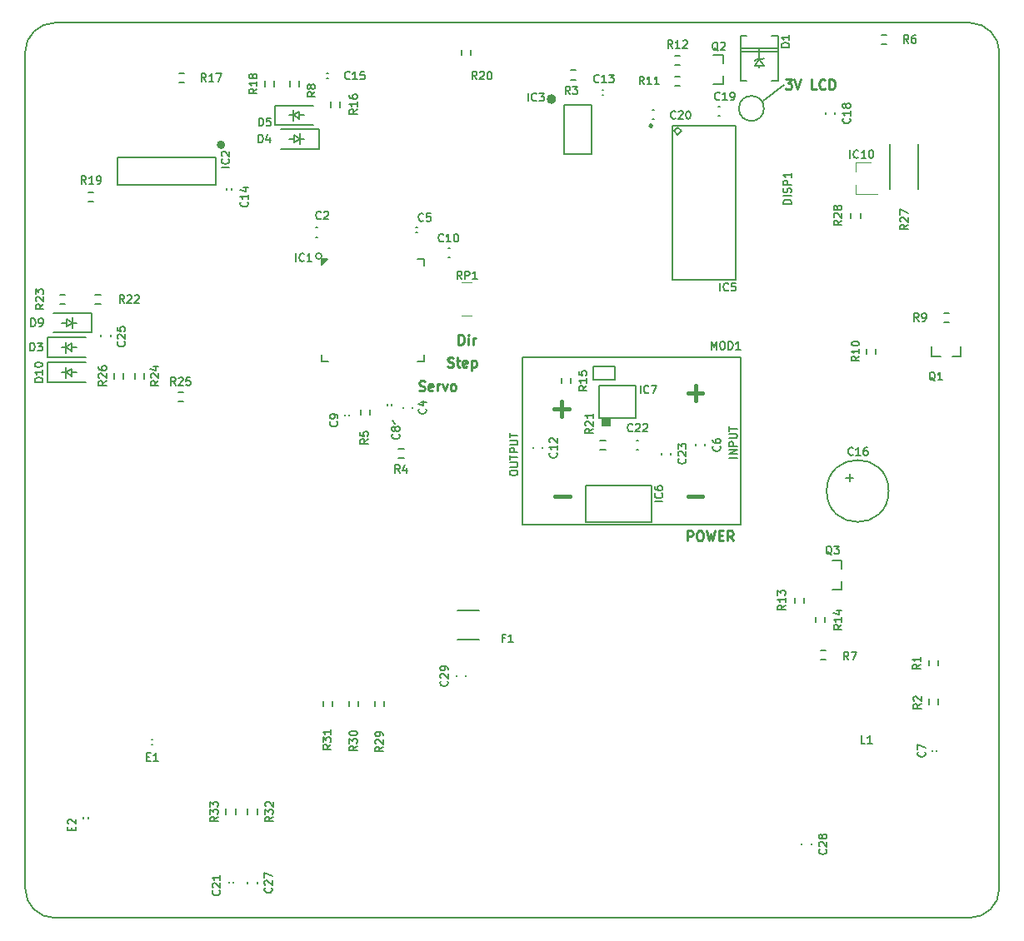
<source format=gbr>
G04 #@! TF.FileFunction,Legend,Top*
%FSLAX46Y46*%
G04 Gerber Fmt 4.6, Leading zero omitted, Abs format (unit mm)*
G04 Created by KiCad (PCBNEW 4.0.7) date 05/25/18 22:12:56*
%MOMM*%
%LPD*%
G01*
G04 APERTURE LIST*
%ADD10C,0.100000*%
%ADD11C,0.150000*%
%ADD12C,0.250000*%
%ADD13C,0.200000*%
%ADD14C,0.177800*%
%ADD15C,0.254000*%
%ADD16C,0.400000*%
%ADD17C,0.120000*%
%ADD18C,0.450000*%
G04 APERTURE END LIST*
D10*
D11*
X22000000Y-135000000D02*
G75*
G03X25000000Y-138000000I3000000J0D01*
G01*
X118000000Y-138000000D02*
G75*
G03X121000000Y-135000000I0J3000000D01*
G01*
X121000000Y-50000000D02*
G75*
G03X118000000Y-47000000I-3000000J0D01*
G01*
X25000000Y-47000000D02*
G75*
G03X22000000Y-50000000I0J-3000000D01*
G01*
D12*
X62042857Y-84354762D02*
X62185714Y-84402381D01*
X62423810Y-84402381D01*
X62519048Y-84354762D01*
X62566667Y-84307143D01*
X62614286Y-84211905D01*
X62614286Y-84116667D01*
X62566667Y-84021429D01*
X62519048Y-83973810D01*
X62423810Y-83926190D01*
X62233333Y-83878571D01*
X62138095Y-83830952D01*
X62090476Y-83783333D01*
X62042857Y-83688095D01*
X62042857Y-83592857D01*
X62090476Y-83497619D01*
X62138095Y-83450000D01*
X62233333Y-83402381D01*
X62471429Y-83402381D01*
X62614286Y-83450000D01*
X63423810Y-84354762D02*
X63328572Y-84402381D01*
X63138095Y-84402381D01*
X63042857Y-84354762D01*
X62995238Y-84259524D01*
X62995238Y-83878571D01*
X63042857Y-83783333D01*
X63138095Y-83735714D01*
X63328572Y-83735714D01*
X63423810Y-83783333D01*
X63471429Y-83878571D01*
X63471429Y-83973810D01*
X62995238Y-84069048D01*
X63900000Y-84402381D02*
X63900000Y-83735714D01*
X63900000Y-83926190D02*
X63947619Y-83830952D01*
X63995238Y-83783333D01*
X64090476Y-83735714D01*
X64185715Y-83735714D01*
X64423810Y-83735714D02*
X64661905Y-84402381D01*
X64900001Y-83735714D01*
X65423810Y-84402381D02*
X65328572Y-84354762D01*
X65280953Y-84307143D01*
X65233334Y-84211905D01*
X65233334Y-83926190D01*
X65280953Y-83830952D01*
X65328572Y-83783333D01*
X65423810Y-83735714D01*
X65566668Y-83735714D01*
X65661906Y-83783333D01*
X65709525Y-83830952D01*
X65757144Y-83926190D01*
X65757144Y-84211905D01*
X65709525Y-84307143D01*
X65661906Y-84354762D01*
X65566668Y-84402381D01*
X65423810Y-84402381D01*
X66040476Y-79702381D02*
X66040476Y-78702381D01*
X66278571Y-78702381D01*
X66421429Y-78750000D01*
X66516667Y-78845238D01*
X66564286Y-78940476D01*
X66611905Y-79130952D01*
X66611905Y-79273810D01*
X66564286Y-79464286D01*
X66516667Y-79559524D01*
X66421429Y-79654762D01*
X66278571Y-79702381D01*
X66040476Y-79702381D01*
X67040476Y-79702381D02*
X67040476Y-79035714D01*
X67040476Y-78702381D02*
X66992857Y-78750000D01*
X67040476Y-78797619D01*
X67088095Y-78750000D01*
X67040476Y-78702381D01*
X67040476Y-78797619D01*
X67516666Y-79702381D02*
X67516666Y-79035714D01*
X67516666Y-79226190D02*
X67564285Y-79130952D01*
X67611904Y-79083333D01*
X67707142Y-79035714D01*
X67802381Y-79035714D01*
X64947619Y-81954762D02*
X65090476Y-82002381D01*
X65328572Y-82002381D01*
X65423810Y-81954762D01*
X65471429Y-81907143D01*
X65519048Y-81811905D01*
X65519048Y-81716667D01*
X65471429Y-81621429D01*
X65423810Y-81573810D01*
X65328572Y-81526190D01*
X65138095Y-81478571D01*
X65042857Y-81430952D01*
X64995238Y-81383333D01*
X64947619Y-81288095D01*
X64947619Y-81192857D01*
X64995238Y-81097619D01*
X65042857Y-81050000D01*
X65138095Y-81002381D01*
X65376191Y-81002381D01*
X65519048Y-81050000D01*
X65804762Y-81335714D02*
X66185714Y-81335714D01*
X65947619Y-81002381D02*
X65947619Y-81859524D01*
X65995238Y-81954762D01*
X66090476Y-82002381D01*
X66185714Y-82002381D01*
X66900001Y-81954762D02*
X66804763Y-82002381D01*
X66614286Y-82002381D01*
X66519048Y-81954762D01*
X66471429Y-81859524D01*
X66471429Y-81478571D01*
X66519048Y-81383333D01*
X66614286Y-81335714D01*
X66804763Y-81335714D01*
X66900001Y-81383333D01*
X66947620Y-81478571D01*
X66947620Y-81573810D01*
X66471429Y-81669048D01*
X67376191Y-81335714D02*
X67376191Y-82335714D01*
X67376191Y-81383333D02*
X67471429Y-81335714D01*
X67661906Y-81335714D01*
X67757144Y-81383333D01*
X67804763Y-81430952D01*
X67852382Y-81526190D01*
X67852382Y-81811905D01*
X67804763Y-81907143D01*
X67757144Y-81954762D01*
X67661906Y-82002381D01*
X67471429Y-82002381D01*
X67376191Y-81954762D01*
X89290476Y-99652381D02*
X89290476Y-98652381D01*
X89671429Y-98652381D01*
X89766667Y-98700000D01*
X89814286Y-98747619D01*
X89861905Y-98842857D01*
X89861905Y-98985714D01*
X89814286Y-99080952D01*
X89766667Y-99128571D01*
X89671429Y-99176190D01*
X89290476Y-99176190D01*
X90480952Y-98652381D02*
X90671429Y-98652381D01*
X90766667Y-98700000D01*
X90861905Y-98795238D01*
X90909524Y-98985714D01*
X90909524Y-99319048D01*
X90861905Y-99509524D01*
X90766667Y-99604762D01*
X90671429Y-99652381D01*
X90480952Y-99652381D01*
X90385714Y-99604762D01*
X90290476Y-99509524D01*
X90242857Y-99319048D01*
X90242857Y-98985714D01*
X90290476Y-98795238D01*
X90385714Y-98700000D01*
X90480952Y-98652381D01*
X91242857Y-98652381D02*
X91480952Y-99652381D01*
X91671429Y-98938095D01*
X91861905Y-99652381D01*
X92100000Y-98652381D01*
X92480952Y-99128571D02*
X92814286Y-99128571D01*
X92957143Y-99652381D02*
X92480952Y-99652381D01*
X92480952Y-98652381D01*
X92957143Y-98652381D01*
X93957143Y-99652381D02*
X93623809Y-99176190D01*
X93385714Y-99652381D02*
X93385714Y-98652381D01*
X93766667Y-98652381D01*
X93861905Y-98700000D01*
X93909524Y-98747619D01*
X93957143Y-98842857D01*
X93957143Y-98985714D01*
X93909524Y-99080952D01*
X93861905Y-99128571D01*
X93766667Y-99176190D01*
X93385714Y-99176190D01*
D13*
X59600000Y-87800000D02*
X59300000Y-87400000D01*
X99100000Y-53300000D02*
X97000000Y-54900000D01*
D12*
X99252381Y-52752381D02*
X99871429Y-52752381D01*
X99538095Y-53133333D01*
X99680953Y-53133333D01*
X99776191Y-53180952D01*
X99823810Y-53228571D01*
X99871429Y-53323810D01*
X99871429Y-53561905D01*
X99823810Y-53657143D01*
X99776191Y-53704762D01*
X99680953Y-53752381D01*
X99395238Y-53752381D01*
X99300000Y-53704762D01*
X99252381Y-53657143D01*
X100157143Y-52752381D02*
X100490476Y-53752381D01*
X100823810Y-52752381D01*
X102395239Y-53752381D02*
X101919048Y-53752381D01*
X101919048Y-52752381D01*
X103300001Y-53657143D02*
X103252382Y-53704762D01*
X103109525Y-53752381D01*
X103014287Y-53752381D01*
X102871429Y-53704762D01*
X102776191Y-53609524D01*
X102728572Y-53514286D01*
X102680953Y-53323810D01*
X102680953Y-53180952D01*
X102728572Y-52990476D01*
X102776191Y-52895238D01*
X102871429Y-52800000D01*
X103014287Y-52752381D01*
X103109525Y-52752381D01*
X103252382Y-52800000D01*
X103300001Y-52847619D01*
X103728572Y-53752381D02*
X103728572Y-52752381D01*
X103966667Y-52752381D01*
X104109525Y-52800000D01*
X104204763Y-52895238D01*
X104252382Y-52990476D01*
X104300001Y-53180952D01*
X104300001Y-53323810D01*
X104252382Y-53514286D01*
X104204763Y-53609524D01*
X104109525Y-53704762D01*
X103966667Y-53752381D01*
X103728572Y-53752381D01*
D11*
X118000000Y-138000000D02*
X25000000Y-138000000D01*
X121000000Y-50000000D02*
X121000000Y-135000000D01*
X25000000Y-47000000D02*
X118000000Y-47000000D01*
X22000000Y-135000000D02*
X22000000Y-50000000D01*
D14*
X101169900Y-105969240D02*
X101169900Y-105430760D01*
X101169900Y-105430760D02*
X101169900Y-105969240D01*
X100230100Y-105969240D02*
X100230100Y-105430760D01*
X100230100Y-105430760D02*
X100230100Y-105969240D01*
D13*
X52129792Y-70712643D02*
G75*
G03X52129792Y-70712643I-304138J0D01*
G01*
X52450654Y-71037643D02*
X52200654Y-71237643D01*
X52575654Y-71037643D02*
X52175654Y-71387643D01*
X52150654Y-71612643D02*
X52725654Y-71037643D01*
X52150654Y-71037643D02*
X52150654Y-71612643D01*
X62500654Y-71037643D02*
X62500654Y-71712643D01*
X62500654Y-81387643D02*
X62500654Y-80712643D01*
D11*
X52150654Y-81387643D02*
X52150654Y-80712643D01*
D13*
X52150654Y-71037643D02*
X52725654Y-71037643D01*
D11*
X52150654Y-81387643D02*
X52825654Y-81387643D01*
D13*
X62500654Y-81387643D02*
X61825654Y-81387643D01*
X62500654Y-71037643D02*
X61825654Y-71037643D01*
D14*
X103330100Y-56131420D02*
X103330100Y-56268580D01*
X103330100Y-56268580D02*
X103330100Y-56131420D01*
X104269900Y-56131420D02*
X104269900Y-56268580D01*
X104269900Y-56268580D02*
X104269900Y-56131420D01*
X92568580Y-55530100D02*
X92431420Y-55530100D01*
X92431420Y-55530100D02*
X92568580Y-55530100D01*
X92568580Y-56469900D02*
X92431420Y-56469900D01*
X92431420Y-56469900D02*
X92568580Y-56469900D01*
X109569240Y-48230100D02*
X109030760Y-48230100D01*
X109030760Y-48230100D02*
X109569240Y-48230100D01*
X109569240Y-49169900D02*
X109030760Y-49169900D01*
X109030760Y-49169900D02*
X109569240Y-49169900D01*
X49869900Y-53469240D02*
X49869900Y-52930760D01*
X49869900Y-52930760D02*
X49869900Y-53469240D01*
X48930100Y-53469240D02*
X48930100Y-52930760D01*
X48930100Y-52930760D02*
X48930100Y-53469240D01*
X115894240Y-76505100D02*
X115355760Y-76505100D01*
X115355760Y-76505100D02*
X115894240Y-76505100D01*
X115894240Y-77444900D02*
X115355760Y-77444900D01*
X115355760Y-77444900D02*
X115894240Y-77444900D01*
D13*
X97070000Y-55700000D02*
G75*
G03X97070000Y-55700000I-1270000J0D01*
G01*
D14*
X108469900Y-80669240D02*
X108469900Y-80130760D01*
X108469900Y-80130760D02*
X108469900Y-80669240D01*
X107530100Y-80669240D02*
X107530100Y-80130760D01*
X107530100Y-80130760D02*
X107530100Y-80669240D01*
X88569240Y-52430100D02*
X88030760Y-52430100D01*
X88030760Y-52430100D02*
X88569240Y-52430100D01*
X88569240Y-53369900D02*
X88030760Y-53369900D01*
X88030760Y-53369900D02*
X88569240Y-53369900D01*
X51531420Y-68769900D02*
X51668580Y-68769900D01*
X51668580Y-68769900D02*
X51531420Y-68769900D01*
X51531420Y-67830100D02*
X51668580Y-67830100D01*
X51668580Y-67830100D02*
X51531420Y-67830100D01*
X60391288Y-86043557D02*
X60391288Y-86180717D01*
X60391288Y-86180717D02*
X60391288Y-86043557D01*
X61331088Y-86043557D02*
X61331088Y-86180717D01*
X61331088Y-86180717D02*
X61331088Y-86043557D01*
X90130100Y-89831420D02*
X90130100Y-89968580D01*
X90130100Y-89968580D02*
X90130100Y-89831420D01*
X91069900Y-89831420D02*
X91069900Y-89968580D01*
X91069900Y-89968580D02*
X91069900Y-89831420D01*
X85731420Y-56769900D02*
X85868580Y-56769900D01*
X85868580Y-56769900D02*
X85731420Y-56769900D01*
X85731420Y-55830100D02*
X85868580Y-55830100D01*
X85868580Y-55830100D02*
X85731420Y-55830100D01*
X94190240Y-57502200D02*
X87809760Y-57502200D01*
X87809760Y-57502200D02*
X87809760Y-73097800D01*
X87809760Y-73097800D02*
X94190240Y-73097800D01*
X94190240Y-73097800D02*
X94190240Y-57502200D01*
D15*
X85427240Y-57461560D02*
X85554240Y-57334560D01*
X85554240Y-57334560D02*
X85681240Y-57461560D01*
X85681240Y-57461560D02*
X85554240Y-57588560D01*
X85554240Y-57588560D02*
X85427240Y-57461560D01*
D14*
X87936760Y-58010200D02*
X88317760Y-57629200D01*
X88317760Y-57629200D02*
X88698760Y-58010200D01*
X88698760Y-58010200D02*
X88317760Y-58391200D01*
X88317760Y-58391200D02*
X87936760Y-58010200D01*
D11*
X115000000Y-80900000D02*
X114100000Y-80900000D01*
X114100000Y-80900000D02*
X114100000Y-79900000D01*
X117100000Y-79900000D02*
X117100000Y-80900000D01*
X117100000Y-80900000D02*
X116200000Y-80900000D01*
X92900000Y-52350000D02*
X92900000Y-53250000D01*
X92900000Y-53250000D02*
X91900000Y-53250000D01*
X91900000Y-50250000D02*
X92900000Y-50250000D01*
X92900000Y-50250000D02*
X92900000Y-51150000D01*
X105000000Y-103750000D02*
X105000000Y-104650000D01*
X105000000Y-104650000D02*
X104000000Y-104650000D01*
X104000000Y-101650000D02*
X105000000Y-101650000D01*
X105000000Y-101650000D02*
X105000000Y-102550000D01*
D14*
X113830100Y-111830760D02*
X113830100Y-112369240D01*
X113830100Y-112369240D02*
X113830100Y-111830760D01*
X114769900Y-111830760D02*
X114769900Y-112369240D01*
X114769900Y-112369240D02*
X114769900Y-111830760D01*
X113830100Y-115730760D02*
X113830100Y-116269240D01*
X113830100Y-116269240D02*
X113830100Y-115730760D01*
X114769900Y-115730760D02*
X114769900Y-116269240D01*
X114769900Y-116269240D02*
X114769900Y-115730760D01*
X77969240Y-51830100D02*
X77430760Y-51830100D01*
X77430760Y-51830100D02*
X77969240Y-51830100D01*
X77969240Y-52769900D02*
X77430760Y-52769900D01*
X77430760Y-52769900D02*
X77969240Y-52769900D01*
X60469240Y-90330100D02*
X59930760Y-90330100D01*
X59930760Y-90330100D02*
X60469240Y-90330100D01*
X60469240Y-91269900D02*
X59930760Y-91269900D01*
X59930760Y-91269900D02*
X60469240Y-91269900D01*
X56130100Y-86330760D02*
X56130100Y-86869240D01*
X56130100Y-86869240D02*
X56130100Y-86330760D01*
X57069900Y-86330760D02*
X57069900Y-86869240D01*
X57069900Y-86869240D02*
X57069900Y-86330760D01*
X103367460Y-110830100D02*
X102828980Y-110830100D01*
X102828980Y-110830100D02*
X103367460Y-110830100D01*
X103367460Y-111769900D02*
X102828980Y-111769900D01*
X102828980Y-111769900D02*
X103367460Y-111769900D01*
X88569240Y-50330100D02*
X88030760Y-50330100D01*
X88030760Y-50330100D02*
X88569240Y-50330100D01*
X88569240Y-51269900D02*
X88030760Y-51269900D01*
X88030760Y-51269900D02*
X88569240Y-51269900D01*
X103269900Y-107969240D02*
X103269900Y-107430760D01*
X103269900Y-107430760D02*
X103269900Y-107969240D01*
X102330100Y-107969240D02*
X102330100Y-107430760D01*
X102330100Y-107430760D02*
X102330100Y-107969240D01*
X76530100Y-83130760D02*
X76530100Y-83669240D01*
X76530100Y-83669240D02*
X76530100Y-83130760D01*
X77469900Y-83130760D02*
X77469900Y-83669240D01*
X77469900Y-83669240D02*
X77469900Y-83130760D01*
X53969900Y-55569240D02*
X53969900Y-55030760D01*
X53969900Y-55030760D02*
X53969900Y-55569240D01*
X53030100Y-55569240D02*
X53030100Y-55030760D01*
X53030100Y-55030760D02*
X53030100Y-55569240D01*
X37630760Y-53069900D02*
X38169240Y-53069900D01*
X38169240Y-53069900D02*
X37630760Y-53069900D01*
X37630760Y-52130100D02*
X38169240Y-52130100D01*
X38169240Y-52130100D02*
X37630760Y-52130100D01*
X65035248Y-70884266D02*
X65172408Y-70884266D01*
X65172408Y-70884266D02*
X65035248Y-70884266D01*
X65035248Y-69944466D02*
X65172408Y-69944466D01*
X65172408Y-69944466D02*
X65035248Y-69944466D01*
X73630100Y-90131420D02*
X73630100Y-90268580D01*
X73630100Y-90268580D02*
X73630100Y-90131420D01*
X74569900Y-90131420D02*
X74569900Y-90268580D01*
X74569900Y-90268580D02*
X74569900Y-90131420D01*
D13*
X109750000Y-94600000D02*
G75*
G03X109750000Y-94600000I-3150000J0D01*
G01*
D11*
X96600000Y-51362000D02*
X96600000Y-51565200D01*
X94695000Y-52886000D02*
X94695000Y-48314000D01*
X94695000Y-48314000D02*
X95330000Y-48314000D01*
X98505000Y-49939600D02*
X94695000Y-49939600D01*
X98505000Y-49609400D02*
X94695000Y-49609400D01*
X97870000Y-52886000D02*
X98505000Y-52886000D01*
X98505000Y-52886000D02*
X98505000Y-48314000D01*
X98505000Y-48314000D02*
X97870000Y-48314000D01*
X95330000Y-52886000D02*
X94695000Y-52886000D01*
X96600000Y-50727000D02*
X96125020Y-51362000D01*
X96125020Y-51362000D02*
X96600000Y-51362000D01*
X96600000Y-51362000D02*
X97074980Y-51362000D01*
X97074980Y-51362000D02*
X96600000Y-50727000D01*
X96600000Y-50727000D02*
X96282500Y-50727000D01*
X96282500Y-50727000D02*
X96125020Y-50884480D01*
X96600000Y-50727000D02*
X96917500Y-50727000D01*
X96917500Y-50727000D02*
X97074980Y-50569520D01*
X96600000Y-50727000D02*
X96600000Y-49617020D01*
D16*
X75759491Y-54758165D02*
G75*
G03X75759491Y-54758165I-282646J0D01*
G01*
D13*
X79558625Y-55306805D02*
X76729065Y-55306805D01*
X76729065Y-55306805D02*
X76729065Y-60305525D01*
X76729065Y-60305525D02*
X79558625Y-60305525D01*
X79558625Y-60305525D02*
X79558625Y-55306805D01*
X94700000Y-81040000D02*
X72500000Y-81040000D01*
X94700000Y-98040000D02*
X94700000Y-81040000D01*
X72500000Y-98040000D02*
X72500000Y-81040000D01*
X94700000Y-98040000D02*
X72500000Y-98040000D01*
D17*
X66352356Y-73377007D02*
X67352356Y-73377007D01*
X66352356Y-76737007D02*
X67352356Y-76737007D01*
D14*
X61849007Y-67837074D02*
X61711847Y-67837074D01*
X61711847Y-67837074D02*
X61849007Y-67837074D01*
X61849007Y-68324754D02*
X61711847Y-68324754D01*
X61711847Y-68324754D02*
X61849007Y-68324754D01*
X58778870Y-85760714D02*
X58778870Y-85897874D01*
X58778870Y-85897874D02*
X58778870Y-85760714D01*
X59266550Y-85760714D02*
X59266550Y-85897874D01*
X59266550Y-85897874D02*
X59266550Y-85760714D01*
X54456160Y-86831420D02*
X54456160Y-86968580D01*
X54456160Y-86968580D02*
X54456160Y-86831420D01*
X54943840Y-86831420D02*
X54943840Y-86968580D01*
X54943840Y-86968580D02*
X54943840Y-86831420D01*
X80783425Y-53857325D02*
X80646265Y-53857325D01*
X80646265Y-53857325D02*
X80783425Y-53857325D01*
X80783425Y-54345005D02*
X80646265Y-54345005D01*
X80646265Y-54345005D02*
X80783425Y-54345005D01*
X52768580Y-52156160D02*
X52631420Y-52156160D01*
X52631420Y-52156160D02*
X52768580Y-52156160D01*
X52768580Y-52643840D02*
X52631420Y-52643840D01*
X52631420Y-52643840D02*
X52768580Y-52643840D01*
X84131420Y-90369900D02*
X84268580Y-90369900D01*
X84268580Y-90369900D02*
X84131420Y-90369900D01*
X84131420Y-89430100D02*
X84268580Y-89430100D01*
X84268580Y-89430100D02*
X84131420Y-89430100D01*
X87569900Y-90868580D02*
X87569900Y-90731420D01*
X87569900Y-90731420D02*
X87569900Y-90868580D01*
X86630100Y-90868580D02*
X86630100Y-90731420D01*
X86630100Y-90731420D02*
X86630100Y-90868580D01*
X30669900Y-78868580D02*
X30669900Y-78731420D01*
X30669900Y-78731420D02*
X30669900Y-78868580D01*
X29730100Y-78868580D02*
X29730100Y-78731420D01*
X29730100Y-78731420D02*
X29730100Y-78868580D01*
D11*
X85650000Y-94050000D02*
X85650000Y-97750000D01*
X85650000Y-97750000D02*
X78950000Y-97750000D01*
X78950000Y-97750000D02*
X78950000Y-94050000D01*
X78950000Y-94050000D02*
X85650000Y-94050000D01*
D18*
X81250000Y-87750000D02*
X80850000Y-87750000D01*
D13*
X80650000Y-87950000D02*
X80650000Y-87250000D01*
X81400000Y-87950000D02*
X80650000Y-87950000D01*
X81400000Y-87250000D02*
X81400000Y-87950000D01*
X84050000Y-87200000D02*
X84050000Y-83850000D01*
X80350000Y-87200000D02*
X84050000Y-87200000D01*
X80350000Y-83850000D02*
X80350000Y-87200000D01*
X84050000Y-83850000D02*
X80350000Y-83850000D01*
D18*
X81250000Y-87450000D02*
X80850000Y-87450000D01*
D14*
X47269900Y-53469240D02*
X47269900Y-52930760D01*
X47269900Y-52930760D02*
X47269900Y-53469240D01*
X46330100Y-53469240D02*
X46330100Y-52930760D01*
X46330100Y-52930760D02*
X46330100Y-53469240D01*
X28430760Y-65169900D02*
X28969240Y-65169900D01*
X28969240Y-65169900D02*
X28430760Y-65169900D01*
X28430760Y-64230100D02*
X28969240Y-64230100D01*
X28969240Y-64230100D02*
X28430760Y-64230100D01*
X67269900Y-50269240D02*
X67269900Y-49730760D01*
X67269900Y-49730760D02*
X67269900Y-50269240D01*
X66330100Y-50269240D02*
X66330100Y-49730760D01*
X66330100Y-49730760D02*
X66330100Y-50269240D01*
X80430760Y-90369900D02*
X80969240Y-90369900D01*
X80969240Y-90369900D02*
X80430760Y-90369900D01*
X80430760Y-89430100D02*
X80969240Y-89430100D01*
X80969240Y-89430100D02*
X80430760Y-89430100D01*
X29669240Y-74630100D02*
X29130760Y-74630100D01*
X29130760Y-74630100D02*
X29669240Y-74630100D01*
X29669240Y-75569900D02*
X29130760Y-75569900D01*
X29130760Y-75569900D02*
X29669240Y-75569900D01*
X25532540Y-75569900D02*
X26071020Y-75569900D01*
X26071020Y-75569900D02*
X25532540Y-75569900D01*
X25532540Y-74630100D02*
X26071020Y-74630100D01*
X26071020Y-74630100D02*
X25532540Y-74630100D01*
X37530760Y-85469900D02*
X38069240Y-85469900D01*
X38069240Y-85469900D02*
X37530760Y-85469900D01*
X37530760Y-84530100D02*
X38069240Y-84530100D01*
X38069240Y-84530100D02*
X37530760Y-84530100D01*
X31969900Y-83169240D02*
X31969900Y-82630760D01*
X31969900Y-82630760D02*
X31969900Y-83169240D01*
X31030100Y-83169240D02*
X31030100Y-82630760D01*
X31030100Y-82630760D02*
X31030100Y-83169240D01*
D13*
X81900000Y-83300000D02*
X81900000Y-81900000D01*
X79700000Y-81900000D02*
X79700000Y-83300000D01*
X79700000Y-81900000D02*
X81900000Y-81900000D01*
X81900000Y-83300000D02*
X79700000Y-83300000D01*
D16*
X42123607Y-59400000D02*
G75*
G03X42123607Y-59400000I-223607J0D01*
G01*
D14*
X41398720Y-63514780D02*
X41398720Y-60685220D01*
X41398720Y-60685220D02*
X31401280Y-60685220D01*
X31401280Y-60685220D02*
X31401280Y-63514780D01*
X31401280Y-63514780D02*
X41398720Y-63514780D01*
X114643840Y-121068580D02*
X114643840Y-120931420D01*
X114643840Y-120931420D02*
X114643840Y-121068580D01*
X114156160Y-121068580D02*
X114156160Y-120931420D01*
X114156160Y-120931420D02*
X114156160Y-121068580D01*
D17*
X106440000Y-61220000D02*
X106440000Y-62150000D01*
X106440000Y-64380000D02*
X106440000Y-63450000D01*
X106440000Y-64380000D02*
X108600000Y-64380000D01*
X106440000Y-61220000D02*
X107900000Y-61220000D01*
D14*
X106869900Y-66869240D02*
X106869900Y-66330760D01*
X106869900Y-66330760D02*
X106869900Y-66869240D01*
X105930100Y-66869240D02*
X105930100Y-66330760D01*
X105930100Y-66330760D02*
X105930100Y-66869240D01*
X112719860Y-63870760D02*
X112719860Y-59329240D01*
X112719860Y-59329240D02*
X112719860Y-63870760D01*
X109880140Y-63870760D02*
X109880140Y-59329240D01*
X109880140Y-59329240D02*
X109880140Y-63870760D01*
X42706160Y-134331420D02*
X42706160Y-134468580D01*
X42706160Y-134468580D02*
X42706160Y-134331420D01*
X43193840Y-134331420D02*
X43193840Y-134468580D01*
X43193840Y-134468580D02*
X43193840Y-134331420D01*
X44630100Y-134382260D02*
X44630100Y-134519420D01*
X44630100Y-134519420D02*
X44630100Y-134382260D01*
X45569900Y-134382260D02*
X45569900Y-134519420D01*
X45569900Y-134519420D02*
X45569900Y-134382260D01*
X34831420Y-120393840D02*
X34968580Y-120393840D01*
X34968580Y-120393840D02*
X34831420Y-120393840D01*
X34831420Y-119906160D02*
X34968580Y-119906160D01*
X34968580Y-119906160D02*
X34831420Y-119906160D01*
X28393840Y-127916140D02*
X28393840Y-127778980D01*
X28393840Y-127778980D02*
X28393840Y-127916140D01*
X27906160Y-127916140D02*
X27906160Y-127778980D01*
X27906160Y-127778980D02*
X27906160Y-127916140D01*
X58469900Y-116469240D02*
X58469900Y-115930760D01*
X58469900Y-115930760D02*
X58469900Y-116469240D01*
X57530100Y-116469240D02*
X57530100Y-115930760D01*
X57530100Y-115930760D02*
X57530100Y-116469240D01*
X55869900Y-116469240D02*
X55869900Y-115930760D01*
X55869900Y-115930760D02*
X55869900Y-116469240D01*
X54930100Y-116469240D02*
X54930100Y-115930760D01*
X54930100Y-115930760D02*
X54930100Y-116469240D01*
X53269900Y-116469240D02*
X53269900Y-115930760D01*
X53269900Y-115930760D02*
X53269900Y-116469240D01*
X52330100Y-116469240D02*
X52330100Y-115930760D01*
X52330100Y-115930760D02*
X52330100Y-116469240D01*
X44630100Y-126930760D02*
X44630100Y-127469240D01*
X44630100Y-127469240D02*
X44630100Y-126930760D01*
X45569900Y-126930760D02*
X45569900Y-127469240D01*
X45569900Y-127469240D02*
X45569900Y-126930760D01*
X42430100Y-126928980D02*
X42430100Y-127467460D01*
X42430100Y-127467460D02*
X42430100Y-126928980D01*
X43369900Y-126928980D02*
X43369900Y-127467460D01*
X43369900Y-127467460D02*
X43369900Y-126928980D01*
X42943840Y-63968580D02*
X42943840Y-63831420D01*
X42943840Y-63831420D02*
X42943840Y-63968580D01*
X42456160Y-63968580D02*
X42456160Y-63831420D01*
X42456160Y-63831420D02*
X42456160Y-63968580D01*
X65961260Y-109697520D02*
X68150740Y-109697520D01*
X68150740Y-109697520D02*
X65961260Y-109697520D01*
X65961260Y-106710480D02*
X68150740Y-106710480D01*
X68150740Y-106710480D02*
X65961260Y-106710480D01*
X100930100Y-130430580D02*
X100930100Y-130567740D01*
X100930100Y-130567740D02*
X100930100Y-130430580D01*
X101869900Y-130430580D02*
X101869900Y-130567740D01*
X101869900Y-130567740D02*
X101869900Y-130430580D01*
X66769900Y-113469420D02*
X66769900Y-113332260D01*
X66769900Y-113332260D02*
X66769900Y-113469420D01*
X65830100Y-113469420D02*
X65830100Y-113332260D01*
X65830100Y-113332260D02*
X65830100Y-113469420D01*
D13*
X49900000Y-56400000D02*
X50350000Y-56400000D01*
X49850000Y-56800000D02*
X49300000Y-56400000D01*
X49850000Y-56000000D02*
X49850000Y-56800000D01*
X49250000Y-56400000D02*
X49850000Y-56000000D01*
X48850000Y-56400000D02*
X49250000Y-56400000D01*
X49250000Y-55850000D02*
X49250000Y-56950000D01*
D11*
X47350000Y-55400000D02*
X47350000Y-57400000D01*
X47350000Y-57400000D02*
X51250000Y-57400000D01*
X47350000Y-55400000D02*
X51250000Y-55400000D01*
D13*
X49300000Y-58800000D02*
X48850000Y-58800000D01*
X49350000Y-58400000D02*
X49900000Y-58800000D01*
X49350000Y-59200000D02*
X49350000Y-58400000D01*
X49950000Y-58800000D02*
X49350000Y-59200000D01*
X50350000Y-58800000D02*
X49950000Y-58800000D01*
X49950000Y-59350000D02*
X49950000Y-58250000D01*
D11*
X51850000Y-59800000D02*
X51850000Y-57800000D01*
X51850000Y-57800000D02*
X47950000Y-57800000D01*
X51850000Y-59800000D02*
X47950000Y-59800000D01*
D13*
X26800000Y-80000000D02*
X27250000Y-80000000D01*
X26750000Y-80400000D02*
X26200000Y-80000000D01*
X26750000Y-79600000D02*
X26750000Y-80400000D01*
X26150000Y-80000000D02*
X26750000Y-79600000D01*
X25750000Y-80000000D02*
X26150000Y-80000000D01*
X26150000Y-79450000D02*
X26150000Y-80550000D01*
D11*
X24250000Y-79000000D02*
X24250000Y-81000000D01*
X24250000Y-81000000D02*
X28150000Y-81000000D01*
X24250000Y-79000000D02*
X28150000Y-79000000D01*
D13*
X26200000Y-77500000D02*
X25750000Y-77500000D01*
X26250000Y-77100000D02*
X26800000Y-77500000D01*
X26250000Y-77900000D02*
X26250000Y-77100000D01*
X26850000Y-77500000D02*
X26250000Y-77900000D01*
X27250000Y-77500000D02*
X26850000Y-77500000D01*
X26850000Y-78050000D02*
X26850000Y-76950000D01*
D11*
X28750000Y-78500000D02*
X28750000Y-76500000D01*
X28750000Y-76500000D02*
X24850000Y-76500000D01*
X28750000Y-78500000D02*
X24850000Y-78500000D01*
D13*
X26800000Y-82550000D02*
X27250000Y-82550000D01*
X26750000Y-82950000D02*
X26200000Y-82550000D01*
X26750000Y-82150000D02*
X26750000Y-82950000D01*
X26150000Y-82550000D02*
X26750000Y-82150000D01*
X25750000Y-82550000D02*
X26150000Y-82550000D01*
X26150000Y-82000000D02*
X26150000Y-83100000D01*
D11*
X24250000Y-81550000D02*
X24250000Y-83550000D01*
X24250000Y-83550000D02*
X28150000Y-83550000D01*
X24250000Y-81550000D02*
X28150000Y-81550000D01*
D14*
X33130100Y-82630760D02*
X33130100Y-83169240D01*
X33130100Y-83169240D02*
X33130100Y-82630760D01*
X34069900Y-82630760D02*
X34069900Y-83169240D01*
X34069900Y-83169240D02*
X34069900Y-82630760D01*
D13*
X99837905Y-65417905D02*
X99037905Y-65417905D01*
X99037905Y-65227429D01*
X99076000Y-65113143D01*
X99152190Y-65036952D01*
X99228381Y-64998857D01*
X99380762Y-64960762D01*
X99495048Y-64960762D01*
X99647429Y-64998857D01*
X99723619Y-65036952D01*
X99799810Y-65113143D01*
X99837905Y-65227429D01*
X99837905Y-65417905D01*
X99837905Y-64617905D02*
X99037905Y-64617905D01*
X99799810Y-64275048D02*
X99837905Y-64160762D01*
X99837905Y-63970286D01*
X99799810Y-63894096D01*
X99761714Y-63856000D01*
X99685524Y-63817905D01*
X99609333Y-63817905D01*
X99533143Y-63856000D01*
X99495048Y-63894096D01*
X99456952Y-63970286D01*
X99418857Y-64122667D01*
X99380762Y-64198858D01*
X99342667Y-64236953D01*
X99266476Y-64275048D01*
X99190286Y-64275048D01*
X99114095Y-64236953D01*
X99076000Y-64198858D01*
X99037905Y-64122667D01*
X99037905Y-63932191D01*
X99076000Y-63817905D01*
X99837905Y-63475048D02*
X99037905Y-63475048D01*
X99037905Y-63170286D01*
X99076000Y-63094095D01*
X99114095Y-63056000D01*
X99190286Y-63017905D01*
X99304571Y-63017905D01*
X99380762Y-63056000D01*
X99418857Y-63094095D01*
X99456952Y-63170286D01*
X99456952Y-63475048D01*
X99837905Y-62256000D02*
X99837905Y-62713143D01*
X99837905Y-62484572D02*
X99037905Y-62484572D01*
X99152190Y-62560762D01*
X99228381Y-62636953D01*
X99266476Y-62713143D01*
X99261905Y-106214286D02*
X98880952Y-106480953D01*
X99261905Y-106671429D02*
X98461905Y-106671429D01*
X98461905Y-106366667D01*
X98500000Y-106290476D01*
X98538095Y-106252381D01*
X98614286Y-106214286D01*
X98728571Y-106214286D01*
X98804762Y-106252381D01*
X98842857Y-106290476D01*
X98880952Y-106366667D01*
X98880952Y-106671429D01*
X99261905Y-105452381D02*
X99261905Y-105909524D01*
X99261905Y-105680953D02*
X98461905Y-105680953D01*
X98576190Y-105757143D01*
X98652381Y-105833334D01*
X98690476Y-105909524D01*
X98461905Y-105185714D02*
X98461905Y-104690476D01*
X98766667Y-104957143D01*
X98766667Y-104842857D01*
X98804762Y-104766667D01*
X98842857Y-104728571D01*
X98919048Y-104690476D01*
X99109524Y-104690476D01*
X99185714Y-104728571D01*
X99223810Y-104766667D01*
X99261905Y-104842857D01*
X99261905Y-105071429D01*
X99223810Y-105147619D01*
X99185714Y-105185714D01*
X49519048Y-71261905D02*
X49519048Y-70461905D01*
X50357143Y-71185714D02*
X50319048Y-71223810D01*
X50204762Y-71261905D01*
X50128572Y-71261905D01*
X50014286Y-71223810D01*
X49938095Y-71147619D01*
X49900000Y-71071429D01*
X49861905Y-70919048D01*
X49861905Y-70804762D01*
X49900000Y-70652381D01*
X49938095Y-70576190D01*
X50014286Y-70500000D01*
X50128572Y-70461905D01*
X50204762Y-70461905D01*
X50319048Y-70500000D01*
X50357143Y-70538095D01*
X51119048Y-71261905D02*
X50661905Y-71261905D01*
X50890476Y-71261905D02*
X50890476Y-70461905D01*
X50814286Y-70576190D01*
X50738095Y-70652381D01*
X50661905Y-70690476D01*
X105785714Y-56714286D02*
X105823810Y-56752381D01*
X105861905Y-56866667D01*
X105861905Y-56942857D01*
X105823810Y-57057143D01*
X105747619Y-57133334D01*
X105671429Y-57171429D01*
X105519048Y-57209524D01*
X105404762Y-57209524D01*
X105252381Y-57171429D01*
X105176190Y-57133334D01*
X105100000Y-57057143D01*
X105061905Y-56942857D01*
X105061905Y-56866667D01*
X105100000Y-56752381D01*
X105138095Y-56714286D01*
X105861905Y-55952381D02*
X105861905Y-56409524D01*
X105861905Y-56180953D02*
X105061905Y-56180953D01*
X105176190Y-56257143D01*
X105252381Y-56333334D01*
X105290476Y-56409524D01*
X105404762Y-55495238D02*
X105366667Y-55571429D01*
X105328571Y-55609524D01*
X105252381Y-55647619D01*
X105214286Y-55647619D01*
X105138095Y-55609524D01*
X105100000Y-55571429D01*
X105061905Y-55495238D01*
X105061905Y-55342857D01*
X105100000Y-55266667D01*
X105138095Y-55228571D01*
X105214286Y-55190476D01*
X105252381Y-55190476D01*
X105328571Y-55228571D01*
X105366667Y-55266667D01*
X105404762Y-55342857D01*
X105404762Y-55495238D01*
X105442857Y-55571429D01*
X105480952Y-55609524D01*
X105557143Y-55647619D01*
X105709524Y-55647619D01*
X105785714Y-55609524D01*
X105823810Y-55571429D01*
X105861905Y-55495238D01*
X105861905Y-55342857D01*
X105823810Y-55266667D01*
X105785714Y-55228571D01*
X105709524Y-55190476D01*
X105557143Y-55190476D01*
X105480952Y-55228571D01*
X105442857Y-55266667D01*
X105404762Y-55342857D01*
X92585714Y-54785714D02*
X92547619Y-54823810D01*
X92433333Y-54861905D01*
X92357143Y-54861905D01*
X92242857Y-54823810D01*
X92166666Y-54747619D01*
X92128571Y-54671429D01*
X92090476Y-54519048D01*
X92090476Y-54404762D01*
X92128571Y-54252381D01*
X92166666Y-54176190D01*
X92242857Y-54100000D01*
X92357143Y-54061905D01*
X92433333Y-54061905D01*
X92547619Y-54100000D01*
X92585714Y-54138095D01*
X93347619Y-54861905D02*
X92890476Y-54861905D01*
X93119047Y-54861905D02*
X93119047Y-54061905D01*
X93042857Y-54176190D01*
X92966666Y-54252381D01*
X92890476Y-54290476D01*
X93728571Y-54861905D02*
X93880952Y-54861905D01*
X93957143Y-54823810D01*
X93995238Y-54785714D01*
X94071429Y-54671429D01*
X94109524Y-54519048D01*
X94109524Y-54214286D01*
X94071429Y-54138095D01*
X94033333Y-54100000D01*
X93957143Y-54061905D01*
X93804762Y-54061905D01*
X93728571Y-54100000D01*
X93690476Y-54138095D01*
X93652381Y-54214286D01*
X93652381Y-54404762D01*
X93690476Y-54480952D01*
X93728571Y-54519048D01*
X93804762Y-54557143D01*
X93957143Y-54557143D01*
X94033333Y-54519048D01*
X94071429Y-54480952D01*
X94109524Y-54404762D01*
X111766667Y-49061905D02*
X111500000Y-48680952D01*
X111309524Y-49061905D02*
X111309524Y-48261905D01*
X111614286Y-48261905D01*
X111690477Y-48300000D01*
X111728572Y-48338095D01*
X111766667Y-48414286D01*
X111766667Y-48528571D01*
X111728572Y-48604762D01*
X111690477Y-48642857D01*
X111614286Y-48680952D01*
X111309524Y-48680952D01*
X112452381Y-48261905D02*
X112300000Y-48261905D01*
X112223810Y-48300000D01*
X112185715Y-48338095D01*
X112109524Y-48452381D01*
X112071429Y-48604762D01*
X112071429Y-48909524D01*
X112109524Y-48985714D01*
X112147619Y-49023810D01*
X112223810Y-49061905D01*
X112376191Y-49061905D01*
X112452381Y-49023810D01*
X112490477Y-48985714D01*
X112528572Y-48909524D01*
X112528572Y-48719048D01*
X112490477Y-48642857D01*
X112452381Y-48604762D01*
X112376191Y-48566667D01*
X112223810Y-48566667D01*
X112147619Y-48604762D01*
X112109524Y-48642857D01*
X112071429Y-48719048D01*
X51461905Y-54033333D02*
X51080952Y-54300000D01*
X51461905Y-54490476D02*
X50661905Y-54490476D01*
X50661905Y-54185714D01*
X50700000Y-54109523D01*
X50738095Y-54071428D01*
X50814286Y-54033333D01*
X50928571Y-54033333D01*
X51004762Y-54071428D01*
X51042857Y-54109523D01*
X51080952Y-54185714D01*
X51080952Y-54490476D01*
X51004762Y-53576190D02*
X50966667Y-53652381D01*
X50928571Y-53690476D01*
X50852381Y-53728571D01*
X50814286Y-53728571D01*
X50738095Y-53690476D01*
X50700000Y-53652381D01*
X50661905Y-53576190D01*
X50661905Y-53423809D01*
X50700000Y-53347619D01*
X50738095Y-53309523D01*
X50814286Y-53271428D01*
X50852381Y-53271428D01*
X50928571Y-53309523D01*
X50966667Y-53347619D01*
X51004762Y-53423809D01*
X51004762Y-53576190D01*
X51042857Y-53652381D01*
X51080952Y-53690476D01*
X51157143Y-53728571D01*
X51309524Y-53728571D01*
X51385714Y-53690476D01*
X51423810Y-53652381D01*
X51461905Y-53576190D01*
X51461905Y-53423809D01*
X51423810Y-53347619D01*
X51385714Y-53309523D01*
X51309524Y-53271428D01*
X51157143Y-53271428D01*
X51080952Y-53309523D01*
X51042857Y-53347619D01*
X51004762Y-53423809D01*
X112791667Y-77336905D02*
X112525000Y-76955952D01*
X112334524Y-77336905D02*
X112334524Y-76536905D01*
X112639286Y-76536905D01*
X112715477Y-76575000D01*
X112753572Y-76613095D01*
X112791667Y-76689286D01*
X112791667Y-76803571D01*
X112753572Y-76879762D01*
X112715477Y-76917857D01*
X112639286Y-76955952D01*
X112334524Y-76955952D01*
X113172619Y-77336905D02*
X113325000Y-77336905D01*
X113401191Y-77298810D01*
X113439286Y-77260714D01*
X113515477Y-77146429D01*
X113553572Y-76994048D01*
X113553572Y-76689286D01*
X113515477Y-76613095D01*
X113477381Y-76575000D01*
X113401191Y-76536905D01*
X113248810Y-76536905D01*
X113172619Y-76575000D01*
X113134524Y-76613095D01*
X113096429Y-76689286D01*
X113096429Y-76879762D01*
X113134524Y-76955952D01*
X113172619Y-76994048D01*
X113248810Y-77032143D01*
X113401191Y-77032143D01*
X113477381Y-76994048D01*
X113515477Y-76955952D01*
X113553572Y-76879762D01*
X106761905Y-80914286D02*
X106380952Y-81180953D01*
X106761905Y-81371429D02*
X105961905Y-81371429D01*
X105961905Y-81066667D01*
X106000000Y-80990476D01*
X106038095Y-80952381D01*
X106114286Y-80914286D01*
X106228571Y-80914286D01*
X106304762Y-80952381D01*
X106342857Y-80990476D01*
X106380952Y-81066667D01*
X106380952Y-81371429D01*
X106761905Y-80152381D02*
X106761905Y-80609524D01*
X106761905Y-80380953D02*
X105961905Y-80380953D01*
X106076190Y-80457143D01*
X106152381Y-80533334D01*
X106190476Y-80609524D01*
X105961905Y-79657143D02*
X105961905Y-79580952D01*
X106000000Y-79504762D01*
X106038095Y-79466667D01*
X106114286Y-79428571D01*
X106266667Y-79390476D01*
X106457143Y-79390476D01*
X106609524Y-79428571D01*
X106685714Y-79466667D01*
X106723810Y-79504762D01*
X106761905Y-79580952D01*
X106761905Y-79657143D01*
X106723810Y-79733333D01*
X106685714Y-79771429D01*
X106609524Y-79809524D01*
X106457143Y-79847619D01*
X106266667Y-79847619D01*
X106114286Y-79809524D01*
X106038095Y-79771429D01*
X106000000Y-79733333D01*
X105961905Y-79657143D01*
X84885714Y-53261905D02*
X84619047Y-52880952D01*
X84428571Y-53261905D02*
X84428571Y-52461905D01*
X84733333Y-52461905D01*
X84809524Y-52500000D01*
X84847619Y-52538095D01*
X84885714Y-52614286D01*
X84885714Y-52728571D01*
X84847619Y-52804762D01*
X84809524Y-52842857D01*
X84733333Y-52880952D01*
X84428571Y-52880952D01*
X85647619Y-53261905D02*
X85190476Y-53261905D01*
X85419047Y-53261905D02*
X85419047Y-52461905D01*
X85342857Y-52576190D01*
X85266666Y-52652381D01*
X85190476Y-52690476D01*
X86409524Y-53261905D02*
X85952381Y-53261905D01*
X86180952Y-53261905D02*
X86180952Y-52461905D01*
X86104762Y-52576190D01*
X86028571Y-52652381D01*
X85952381Y-52690476D01*
X52066667Y-66885714D02*
X52028572Y-66923810D01*
X51914286Y-66961905D01*
X51838096Y-66961905D01*
X51723810Y-66923810D01*
X51647619Y-66847619D01*
X51609524Y-66771429D01*
X51571429Y-66619048D01*
X51571429Y-66504762D01*
X51609524Y-66352381D01*
X51647619Y-66276190D01*
X51723810Y-66200000D01*
X51838096Y-66161905D01*
X51914286Y-66161905D01*
X52028572Y-66200000D01*
X52066667Y-66238095D01*
X52371429Y-66238095D02*
X52409524Y-66200000D01*
X52485715Y-66161905D01*
X52676191Y-66161905D01*
X52752381Y-66200000D01*
X52790477Y-66238095D01*
X52828572Y-66314286D01*
X52828572Y-66390476D01*
X52790477Y-66504762D01*
X52333334Y-66961905D01*
X52828572Y-66961905D01*
X62685714Y-86233333D02*
X62723810Y-86271428D01*
X62761905Y-86385714D01*
X62761905Y-86461904D01*
X62723810Y-86576190D01*
X62647619Y-86652381D01*
X62571429Y-86690476D01*
X62419048Y-86728571D01*
X62304762Y-86728571D01*
X62152381Y-86690476D01*
X62076190Y-86652381D01*
X62000000Y-86576190D01*
X61961905Y-86461904D01*
X61961905Y-86385714D01*
X62000000Y-86271428D01*
X62038095Y-86233333D01*
X62228571Y-85547619D02*
X62761905Y-85547619D01*
X61923810Y-85738095D02*
X62495238Y-85928571D01*
X62495238Y-85433333D01*
X92585714Y-90033333D02*
X92623810Y-90071428D01*
X92661905Y-90185714D01*
X92661905Y-90261904D01*
X92623810Y-90376190D01*
X92547619Y-90452381D01*
X92471429Y-90490476D01*
X92319048Y-90528571D01*
X92204762Y-90528571D01*
X92052381Y-90490476D01*
X91976190Y-90452381D01*
X91900000Y-90376190D01*
X91861905Y-90261904D01*
X91861905Y-90185714D01*
X91900000Y-90071428D01*
X91938095Y-90033333D01*
X91861905Y-89347619D02*
X91861905Y-89500000D01*
X91900000Y-89576190D01*
X91938095Y-89614285D01*
X92052381Y-89690476D01*
X92204762Y-89728571D01*
X92509524Y-89728571D01*
X92585714Y-89690476D01*
X92623810Y-89652381D01*
X92661905Y-89576190D01*
X92661905Y-89423809D01*
X92623810Y-89347619D01*
X92585714Y-89309523D01*
X92509524Y-89271428D01*
X92319048Y-89271428D01*
X92242857Y-89309523D01*
X92204762Y-89347619D01*
X92166667Y-89423809D01*
X92166667Y-89576190D01*
X92204762Y-89652381D01*
X92242857Y-89690476D01*
X92319048Y-89728571D01*
X88085714Y-56685714D02*
X88047619Y-56723810D01*
X87933333Y-56761905D01*
X87857143Y-56761905D01*
X87742857Y-56723810D01*
X87666666Y-56647619D01*
X87628571Y-56571429D01*
X87590476Y-56419048D01*
X87590476Y-56304762D01*
X87628571Y-56152381D01*
X87666666Y-56076190D01*
X87742857Y-56000000D01*
X87857143Y-55961905D01*
X87933333Y-55961905D01*
X88047619Y-56000000D01*
X88085714Y-56038095D01*
X88390476Y-56038095D02*
X88428571Y-56000000D01*
X88504762Y-55961905D01*
X88695238Y-55961905D01*
X88771428Y-56000000D01*
X88809524Y-56038095D01*
X88847619Y-56114286D01*
X88847619Y-56190476D01*
X88809524Y-56304762D01*
X88352381Y-56761905D01*
X88847619Y-56761905D01*
X89342857Y-55961905D02*
X89419048Y-55961905D01*
X89495238Y-56000000D01*
X89533333Y-56038095D01*
X89571429Y-56114286D01*
X89609524Y-56266667D01*
X89609524Y-56457143D01*
X89571429Y-56609524D01*
X89533333Y-56685714D01*
X89495238Y-56723810D01*
X89419048Y-56761905D01*
X89342857Y-56761905D01*
X89266667Y-56723810D01*
X89228571Y-56685714D01*
X89190476Y-56609524D01*
X89152381Y-56457143D01*
X89152381Y-56266667D01*
X89190476Y-56114286D01*
X89228571Y-56038095D01*
X89266667Y-56000000D01*
X89342857Y-55961905D01*
X92619048Y-74261905D02*
X92619048Y-73461905D01*
X93457143Y-74185714D02*
X93419048Y-74223810D01*
X93304762Y-74261905D01*
X93228572Y-74261905D01*
X93114286Y-74223810D01*
X93038095Y-74147619D01*
X93000000Y-74071429D01*
X92961905Y-73919048D01*
X92961905Y-73804762D01*
X93000000Y-73652381D01*
X93038095Y-73576190D01*
X93114286Y-73500000D01*
X93228572Y-73461905D01*
X93304762Y-73461905D01*
X93419048Y-73500000D01*
X93457143Y-73538095D01*
X94180953Y-73461905D02*
X93800000Y-73461905D01*
X93761905Y-73842857D01*
X93800000Y-73804762D01*
X93876191Y-73766667D01*
X94066667Y-73766667D01*
X94142857Y-73804762D01*
X94180953Y-73842857D01*
X94219048Y-73919048D01*
X94219048Y-74109524D01*
X94180953Y-74185714D01*
X94142857Y-74223810D01*
X94066667Y-74261905D01*
X93876191Y-74261905D01*
X93800000Y-74223810D01*
X93761905Y-74185714D01*
X114473810Y-83388095D02*
X114397619Y-83350000D01*
X114321429Y-83273810D01*
X114207143Y-83159524D01*
X114130952Y-83121429D01*
X114054762Y-83121429D01*
X114092857Y-83311905D02*
X114016667Y-83273810D01*
X113940476Y-83197619D01*
X113902381Y-83045238D01*
X113902381Y-82778571D01*
X113940476Y-82626190D01*
X114016667Y-82550000D01*
X114092857Y-82511905D01*
X114245238Y-82511905D01*
X114321429Y-82550000D01*
X114397619Y-82626190D01*
X114435714Y-82778571D01*
X114435714Y-83045238D01*
X114397619Y-83197619D01*
X114321429Y-83273810D01*
X114245238Y-83311905D01*
X114092857Y-83311905D01*
X115197619Y-83311905D02*
X114740476Y-83311905D01*
X114969047Y-83311905D02*
X114969047Y-82511905D01*
X114892857Y-82626190D01*
X114816666Y-82702381D01*
X114740476Y-82740476D01*
X92423810Y-49838095D02*
X92347619Y-49800000D01*
X92271429Y-49723810D01*
X92157143Y-49609524D01*
X92080952Y-49571429D01*
X92004762Y-49571429D01*
X92042857Y-49761905D02*
X91966667Y-49723810D01*
X91890476Y-49647619D01*
X91852381Y-49495238D01*
X91852381Y-49228571D01*
X91890476Y-49076190D01*
X91966667Y-49000000D01*
X92042857Y-48961905D01*
X92195238Y-48961905D01*
X92271429Y-49000000D01*
X92347619Y-49076190D01*
X92385714Y-49228571D01*
X92385714Y-49495238D01*
X92347619Y-49647619D01*
X92271429Y-49723810D01*
X92195238Y-49761905D01*
X92042857Y-49761905D01*
X92690476Y-49038095D02*
X92728571Y-49000000D01*
X92804762Y-48961905D01*
X92995238Y-48961905D01*
X93071428Y-49000000D01*
X93109524Y-49038095D01*
X93147619Y-49114286D01*
X93147619Y-49190476D01*
X93109524Y-49304762D01*
X92652381Y-49761905D01*
X93147619Y-49761905D01*
X103973810Y-101088095D02*
X103897619Y-101050000D01*
X103821429Y-100973810D01*
X103707143Y-100859524D01*
X103630952Y-100821429D01*
X103554762Y-100821429D01*
X103592857Y-101011905D02*
X103516667Y-100973810D01*
X103440476Y-100897619D01*
X103402381Y-100745238D01*
X103402381Y-100478571D01*
X103440476Y-100326190D01*
X103516667Y-100250000D01*
X103592857Y-100211905D01*
X103745238Y-100211905D01*
X103821429Y-100250000D01*
X103897619Y-100326190D01*
X103935714Y-100478571D01*
X103935714Y-100745238D01*
X103897619Y-100897619D01*
X103821429Y-100973810D01*
X103745238Y-101011905D01*
X103592857Y-101011905D01*
X104202381Y-100211905D02*
X104697619Y-100211905D01*
X104430952Y-100516667D01*
X104545238Y-100516667D01*
X104621428Y-100554762D01*
X104659524Y-100592857D01*
X104697619Y-100669048D01*
X104697619Y-100859524D01*
X104659524Y-100935714D01*
X104621428Y-100973810D01*
X104545238Y-101011905D01*
X104316666Y-101011905D01*
X104240476Y-100973810D01*
X104202381Y-100935714D01*
X112961905Y-112233333D02*
X112580952Y-112500000D01*
X112961905Y-112690476D02*
X112161905Y-112690476D01*
X112161905Y-112385714D01*
X112200000Y-112309523D01*
X112238095Y-112271428D01*
X112314286Y-112233333D01*
X112428571Y-112233333D01*
X112504762Y-112271428D01*
X112542857Y-112309523D01*
X112580952Y-112385714D01*
X112580952Y-112690476D01*
X112961905Y-111471428D02*
X112961905Y-111928571D01*
X112961905Y-111700000D02*
X112161905Y-111700000D01*
X112276190Y-111776190D01*
X112352381Y-111852381D01*
X112390476Y-111928571D01*
X113061905Y-116233333D02*
X112680952Y-116500000D01*
X113061905Y-116690476D02*
X112261905Y-116690476D01*
X112261905Y-116385714D01*
X112300000Y-116309523D01*
X112338095Y-116271428D01*
X112414286Y-116233333D01*
X112528571Y-116233333D01*
X112604762Y-116271428D01*
X112642857Y-116309523D01*
X112680952Y-116385714D01*
X112680952Y-116690476D01*
X112338095Y-115928571D02*
X112300000Y-115890476D01*
X112261905Y-115814285D01*
X112261905Y-115623809D01*
X112300000Y-115547619D01*
X112338095Y-115509523D01*
X112414286Y-115471428D01*
X112490476Y-115471428D01*
X112604762Y-115509523D01*
X113061905Y-115966666D01*
X113061905Y-115471428D01*
X77366667Y-54261905D02*
X77100000Y-53880952D01*
X76909524Y-54261905D02*
X76909524Y-53461905D01*
X77214286Y-53461905D01*
X77290477Y-53500000D01*
X77328572Y-53538095D01*
X77366667Y-53614286D01*
X77366667Y-53728571D01*
X77328572Y-53804762D01*
X77290477Y-53842857D01*
X77214286Y-53880952D01*
X76909524Y-53880952D01*
X77633334Y-53461905D02*
X78128572Y-53461905D01*
X77861905Y-53766667D01*
X77976191Y-53766667D01*
X78052381Y-53804762D01*
X78090477Y-53842857D01*
X78128572Y-53919048D01*
X78128572Y-54109524D01*
X78090477Y-54185714D01*
X78052381Y-54223810D01*
X77976191Y-54261905D01*
X77747619Y-54261905D01*
X77671429Y-54223810D01*
X77633334Y-54185714D01*
X60066667Y-92761905D02*
X59800000Y-92380952D01*
X59609524Y-92761905D02*
X59609524Y-91961905D01*
X59914286Y-91961905D01*
X59990477Y-92000000D01*
X60028572Y-92038095D01*
X60066667Y-92114286D01*
X60066667Y-92228571D01*
X60028572Y-92304762D01*
X59990477Y-92342857D01*
X59914286Y-92380952D01*
X59609524Y-92380952D01*
X60752381Y-92228571D02*
X60752381Y-92761905D01*
X60561905Y-91923810D02*
X60371429Y-92495238D01*
X60866667Y-92495238D01*
X56861905Y-89333333D02*
X56480952Y-89600000D01*
X56861905Y-89790476D02*
X56061905Y-89790476D01*
X56061905Y-89485714D01*
X56100000Y-89409523D01*
X56138095Y-89371428D01*
X56214286Y-89333333D01*
X56328571Y-89333333D01*
X56404762Y-89371428D01*
X56442857Y-89409523D01*
X56480952Y-89485714D01*
X56480952Y-89790476D01*
X56061905Y-88609523D02*
X56061905Y-88990476D01*
X56442857Y-89028571D01*
X56404762Y-88990476D01*
X56366667Y-88914285D01*
X56366667Y-88723809D01*
X56404762Y-88647619D01*
X56442857Y-88609523D01*
X56519048Y-88571428D01*
X56709524Y-88571428D01*
X56785714Y-88609523D01*
X56823810Y-88647619D01*
X56861905Y-88723809D01*
X56861905Y-88914285D01*
X56823810Y-88990476D01*
X56785714Y-89028571D01*
X105666667Y-111761905D02*
X105400000Y-111380952D01*
X105209524Y-111761905D02*
X105209524Y-110961905D01*
X105514286Y-110961905D01*
X105590477Y-111000000D01*
X105628572Y-111038095D01*
X105666667Y-111114286D01*
X105666667Y-111228571D01*
X105628572Y-111304762D01*
X105590477Y-111342857D01*
X105514286Y-111380952D01*
X105209524Y-111380952D01*
X105933334Y-110961905D02*
X106466667Y-110961905D01*
X106123810Y-111761905D01*
X87785714Y-49561905D02*
X87519047Y-49180952D01*
X87328571Y-49561905D02*
X87328571Y-48761905D01*
X87633333Y-48761905D01*
X87709524Y-48800000D01*
X87747619Y-48838095D01*
X87785714Y-48914286D01*
X87785714Y-49028571D01*
X87747619Y-49104762D01*
X87709524Y-49142857D01*
X87633333Y-49180952D01*
X87328571Y-49180952D01*
X88547619Y-49561905D02*
X88090476Y-49561905D01*
X88319047Y-49561905D02*
X88319047Y-48761905D01*
X88242857Y-48876190D01*
X88166666Y-48952381D01*
X88090476Y-48990476D01*
X88852381Y-48838095D02*
X88890476Y-48800000D01*
X88966667Y-48761905D01*
X89157143Y-48761905D01*
X89233333Y-48800000D01*
X89271429Y-48838095D01*
X89309524Y-48914286D01*
X89309524Y-48990476D01*
X89271429Y-49104762D01*
X88814286Y-49561905D01*
X89309524Y-49561905D01*
X104961905Y-108214286D02*
X104580952Y-108480953D01*
X104961905Y-108671429D02*
X104161905Y-108671429D01*
X104161905Y-108366667D01*
X104200000Y-108290476D01*
X104238095Y-108252381D01*
X104314286Y-108214286D01*
X104428571Y-108214286D01*
X104504762Y-108252381D01*
X104542857Y-108290476D01*
X104580952Y-108366667D01*
X104580952Y-108671429D01*
X104961905Y-107452381D02*
X104961905Y-107909524D01*
X104961905Y-107680953D02*
X104161905Y-107680953D01*
X104276190Y-107757143D01*
X104352381Y-107833334D01*
X104390476Y-107909524D01*
X104428571Y-106766667D02*
X104961905Y-106766667D01*
X104123810Y-106957143D02*
X104695238Y-107147619D01*
X104695238Y-106652381D01*
X79061905Y-83914286D02*
X78680952Y-84180953D01*
X79061905Y-84371429D02*
X78261905Y-84371429D01*
X78261905Y-84066667D01*
X78300000Y-83990476D01*
X78338095Y-83952381D01*
X78414286Y-83914286D01*
X78528571Y-83914286D01*
X78604762Y-83952381D01*
X78642857Y-83990476D01*
X78680952Y-84066667D01*
X78680952Y-84371429D01*
X79061905Y-83152381D02*
X79061905Y-83609524D01*
X79061905Y-83380953D02*
X78261905Y-83380953D01*
X78376190Y-83457143D01*
X78452381Y-83533334D01*
X78490476Y-83609524D01*
X78261905Y-82428571D02*
X78261905Y-82809524D01*
X78642857Y-82847619D01*
X78604762Y-82809524D01*
X78566667Y-82733333D01*
X78566667Y-82542857D01*
X78604762Y-82466667D01*
X78642857Y-82428571D01*
X78719048Y-82390476D01*
X78909524Y-82390476D01*
X78985714Y-82428571D01*
X79023810Y-82466667D01*
X79061905Y-82542857D01*
X79061905Y-82733333D01*
X79023810Y-82809524D01*
X78985714Y-82847619D01*
X55761905Y-55814286D02*
X55380952Y-56080953D01*
X55761905Y-56271429D02*
X54961905Y-56271429D01*
X54961905Y-55966667D01*
X55000000Y-55890476D01*
X55038095Y-55852381D01*
X55114286Y-55814286D01*
X55228571Y-55814286D01*
X55304762Y-55852381D01*
X55342857Y-55890476D01*
X55380952Y-55966667D01*
X55380952Y-56271429D01*
X55761905Y-55052381D02*
X55761905Y-55509524D01*
X55761905Y-55280953D02*
X54961905Y-55280953D01*
X55076190Y-55357143D01*
X55152381Y-55433334D01*
X55190476Y-55509524D01*
X54961905Y-54366667D02*
X54961905Y-54519048D01*
X55000000Y-54595238D01*
X55038095Y-54633333D01*
X55152381Y-54709524D01*
X55304762Y-54747619D01*
X55609524Y-54747619D01*
X55685714Y-54709524D01*
X55723810Y-54671429D01*
X55761905Y-54595238D01*
X55761905Y-54442857D01*
X55723810Y-54366667D01*
X55685714Y-54328571D01*
X55609524Y-54290476D01*
X55419048Y-54290476D01*
X55342857Y-54328571D01*
X55304762Y-54366667D01*
X55266667Y-54442857D01*
X55266667Y-54595238D01*
X55304762Y-54671429D01*
X55342857Y-54709524D01*
X55419048Y-54747619D01*
X40385714Y-52961905D02*
X40119047Y-52580952D01*
X39928571Y-52961905D02*
X39928571Y-52161905D01*
X40233333Y-52161905D01*
X40309524Y-52200000D01*
X40347619Y-52238095D01*
X40385714Y-52314286D01*
X40385714Y-52428571D01*
X40347619Y-52504762D01*
X40309524Y-52542857D01*
X40233333Y-52580952D01*
X39928571Y-52580952D01*
X41147619Y-52961905D02*
X40690476Y-52961905D01*
X40919047Y-52961905D02*
X40919047Y-52161905D01*
X40842857Y-52276190D01*
X40766666Y-52352381D01*
X40690476Y-52390476D01*
X41414286Y-52161905D02*
X41947619Y-52161905D01*
X41604762Y-52961905D01*
X64485714Y-69185714D02*
X64447619Y-69223810D01*
X64333333Y-69261905D01*
X64257143Y-69261905D01*
X64142857Y-69223810D01*
X64066666Y-69147619D01*
X64028571Y-69071429D01*
X63990476Y-68919048D01*
X63990476Y-68804762D01*
X64028571Y-68652381D01*
X64066666Y-68576190D01*
X64142857Y-68500000D01*
X64257143Y-68461905D01*
X64333333Y-68461905D01*
X64447619Y-68500000D01*
X64485714Y-68538095D01*
X65247619Y-69261905D02*
X64790476Y-69261905D01*
X65019047Y-69261905D02*
X65019047Y-68461905D01*
X64942857Y-68576190D01*
X64866666Y-68652381D01*
X64790476Y-68690476D01*
X65742857Y-68461905D02*
X65819048Y-68461905D01*
X65895238Y-68500000D01*
X65933333Y-68538095D01*
X65971429Y-68614286D01*
X66009524Y-68766667D01*
X66009524Y-68957143D01*
X65971429Y-69109524D01*
X65933333Y-69185714D01*
X65895238Y-69223810D01*
X65819048Y-69261905D01*
X65742857Y-69261905D01*
X65666667Y-69223810D01*
X65628571Y-69185714D01*
X65590476Y-69109524D01*
X65552381Y-68957143D01*
X65552381Y-68766667D01*
X65590476Y-68614286D01*
X65628571Y-68538095D01*
X65666667Y-68500000D01*
X65742857Y-68461905D01*
X75985714Y-90714286D02*
X76023810Y-90752381D01*
X76061905Y-90866667D01*
X76061905Y-90942857D01*
X76023810Y-91057143D01*
X75947619Y-91133334D01*
X75871429Y-91171429D01*
X75719048Y-91209524D01*
X75604762Y-91209524D01*
X75452381Y-91171429D01*
X75376190Y-91133334D01*
X75300000Y-91057143D01*
X75261905Y-90942857D01*
X75261905Y-90866667D01*
X75300000Y-90752381D01*
X75338095Y-90714286D01*
X76061905Y-89952381D02*
X76061905Y-90409524D01*
X76061905Y-90180953D02*
X75261905Y-90180953D01*
X75376190Y-90257143D01*
X75452381Y-90333334D01*
X75490476Y-90409524D01*
X75338095Y-89647619D02*
X75300000Y-89609524D01*
X75261905Y-89533333D01*
X75261905Y-89342857D01*
X75300000Y-89266667D01*
X75338095Y-89228571D01*
X75414286Y-89190476D01*
X75490476Y-89190476D01*
X75604762Y-89228571D01*
X76061905Y-89685714D01*
X76061905Y-89190476D01*
X106135714Y-90885714D02*
X106097619Y-90923810D01*
X105983333Y-90961905D01*
X105907143Y-90961905D01*
X105792857Y-90923810D01*
X105716666Y-90847619D01*
X105678571Y-90771429D01*
X105640476Y-90619048D01*
X105640476Y-90504762D01*
X105678571Y-90352381D01*
X105716666Y-90276190D01*
X105792857Y-90200000D01*
X105907143Y-90161905D01*
X105983333Y-90161905D01*
X106097619Y-90200000D01*
X106135714Y-90238095D01*
X106897619Y-90961905D02*
X106440476Y-90961905D01*
X106669047Y-90961905D02*
X106669047Y-90161905D01*
X106592857Y-90276190D01*
X106516666Y-90352381D01*
X106440476Y-90390476D01*
X107583333Y-90161905D02*
X107430952Y-90161905D01*
X107354762Y-90200000D01*
X107316667Y-90238095D01*
X107240476Y-90352381D01*
X107202381Y-90504762D01*
X107202381Y-90809524D01*
X107240476Y-90885714D01*
X107278571Y-90923810D01*
X107354762Y-90961905D01*
X107507143Y-90961905D01*
X107583333Y-90923810D01*
X107621429Y-90885714D01*
X107659524Y-90809524D01*
X107659524Y-90619048D01*
X107621429Y-90542857D01*
X107583333Y-90504762D01*
X107507143Y-90466667D01*
X107354762Y-90466667D01*
X107278571Y-90504762D01*
X107240476Y-90542857D01*
X107202381Y-90619048D01*
D11*
X105419048Y-93271429D02*
X106180953Y-93271429D01*
X105800001Y-93652381D02*
X105800001Y-92890476D01*
D13*
X99661905Y-49490476D02*
X98861905Y-49490476D01*
X98861905Y-49300000D01*
X98900000Y-49185714D01*
X98976190Y-49109523D01*
X99052381Y-49071428D01*
X99204762Y-49033333D01*
X99319048Y-49033333D01*
X99471429Y-49071428D01*
X99547619Y-49109523D01*
X99623810Y-49185714D01*
X99661905Y-49300000D01*
X99661905Y-49490476D01*
X99661905Y-48271428D02*
X99661905Y-48728571D01*
X99661905Y-48500000D02*
X98861905Y-48500000D01*
X98976190Y-48576190D01*
X99052381Y-48652381D01*
X99090476Y-48728571D01*
X73119048Y-54961905D02*
X73119048Y-54161905D01*
X73957143Y-54885714D02*
X73919048Y-54923810D01*
X73804762Y-54961905D01*
X73728572Y-54961905D01*
X73614286Y-54923810D01*
X73538095Y-54847619D01*
X73500000Y-54771429D01*
X73461905Y-54619048D01*
X73461905Y-54504762D01*
X73500000Y-54352381D01*
X73538095Y-54276190D01*
X73614286Y-54200000D01*
X73728572Y-54161905D01*
X73804762Y-54161905D01*
X73919048Y-54200000D01*
X73957143Y-54238095D01*
X74223810Y-54161905D02*
X74719048Y-54161905D01*
X74452381Y-54466667D01*
X74566667Y-54466667D01*
X74642857Y-54504762D01*
X74680953Y-54542857D01*
X74719048Y-54619048D01*
X74719048Y-54809524D01*
X74680953Y-54885714D01*
X74642857Y-54923810D01*
X74566667Y-54961905D01*
X74338095Y-54961905D01*
X74261905Y-54923810D01*
X74223810Y-54885714D01*
X91733333Y-80201905D02*
X91733333Y-79401905D01*
X92000000Y-79973333D01*
X92266667Y-79401905D01*
X92266667Y-80201905D01*
X92800000Y-79401905D02*
X92952381Y-79401905D01*
X93028572Y-79440000D01*
X93104762Y-79516190D01*
X93142857Y-79668571D01*
X93142857Y-79935238D01*
X93104762Y-80087619D01*
X93028572Y-80163810D01*
X92952381Y-80201905D01*
X92800000Y-80201905D01*
X92723810Y-80163810D01*
X92647619Y-80087619D01*
X92609524Y-79935238D01*
X92609524Y-79668571D01*
X92647619Y-79516190D01*
X92723810Y-79440000D01*
X92800000Y-79401905D01*
X93485714Y-80201905D02*
X93485714Y-79401905D01*
X93676190Y-79401905D01*
X93790476Y-79440000D01*
X93866667Y-79516190D01*
X93904762Y-79592381D01*
X93942857Y-79744762D01*
X93942857Y-79859048D01*
X93904762Y-80011429D01*
X93866667Y-80087619D01*
X93790476Y-80163810D01*
X93676190Y-80201905D01*
X93485714Y-80201905D01*
X94704762Y-80201905D02*
X94247619Y-80201905D01*
X94476190Y-80201905D02*
X94476190Y-79401905D01*
X94400000Y-79516190D01*
X94323809Y-79592381D01*
X94247619Y-79630476D01*
D16*
X89338095Y-84682857D02*
X90861905Y-84682857D01*
X90100000Y-85444762D02*
X90100000Y-83920952D01*
D13*
X94361905Y-91242857D02*
X93561905Y-91242857D01*
X94361905Y-90861905D02*
X93561905Y-90861905D01*
X94361905Y-90404762D01*
X93561905Y-90404762D01*
X94361905Y-90023810D02*
X93561905Y-90023810D01*
X93561905Y-89719048D01*
X93600000Y-89642857D01*
X93638095Y-89604762D01*
X93714286Y-89566667D01*
X93828571Y-89566667D01*
X93904762Y-89604762D01*
X93942857Y-89642857D01*
X93980952Y-89719048D01*
X93980952Y-90023810D01*
X93561905Y-89223810D02*
X94209524Y-89223810D01*
X94285714Y-89185715D01*
X94323810Y-89147619D01*
X94361905Y-89071429D01*
X94361905Y-88919048D01*
X94323810Y-88842857D01*
X94285714Y-88804762D01*
X94209524Y-88766667D01*
X93561905Y-88766667D01*
X93561905Y-88500001D02*
X93561905Y-88042858D01*
X94361905Y-88271429D02*
X93561905Y-88271429D01*
X71261905Y-92823809D02*
X71261905Y-92671428D01*
X71300000Y-92595237D01*
X71376190Y-92519047D01*
X71528571Y-92480952D01*
X71795238Y-92480952D01*
X71947619Y-92519047D01*
X72023810Y-92595237D01*
X72061905Y-92671428D01*
X72061905Y-92823809D01*
X72023810Y-92899999D01*
X71947619Y-92976190D01*
X71795238Y-93014285D01*
X71528571Y-93014285D01*
X71376190Y-92976190D01*
X71300000Y-92899999D01*
X71261905Y-92823809D01*
X71261905Y-92138095D02*
X71909524Y-92138095D01*
X71985714Y-92100000D01*
X72023810Y-92061904D01*
X72061905Y-91985714D01*
X72061905Y-91833333D01*
X72023810Y-91757142D01*
X71985714Y-91719047D01*
X71909524Y-91680952D01*
X71261905Y-91680952D01*
X71261905Y-91414286D02*
X71261905Y-90957143D01*
X72061905Y-91185714D02*
X71261905Y-91185714D01*
X72061905Y-90690476D02*
X71261905Y-90690476D01*
X71261905Y-90385714D01*
X71300000Y-90309523D01*
X71338095Y-90271428D01*
X71414286Y-90233333D01*
X71528571Y-90233333D01*
X71604762Y-90271428D01*
X71642857Y-90309523D01*
X71680952Y-90385714D01*
X71680952Y-90690476D01*
X71261905Y-89890476D02*
X71909524Y-89890476D01*
X71985714Y-89852381D01*
X72023810Y-89814285D01*
X72061905Y-89738095D01*
X72061905Y-89585714D01*
X72023810Y-89509523D01*
X71985714Y-89471428D01*
X71909524Y-89433333D01*
X71261905Y-89433333D01*
X71261905Y-89166667D02*
X71261905Y-88709524D01*
X72061905Y-88938095D02*
X71261905Y-88938095D01*
D16*
X75738095Y-86242857D02*
X77261905Y-86242857D01*
X76500000Y-87004762D02*
X76500000Y-85480952D01*
X75838095Y-95182857D02*
X77361905Y-95182857D01*
X89338095Y-95182857D02*
X90861905Y-95182857D01*
D13*
X66366667Y-73061905D02*
X66100000Y-72680952D01*
X65909524Y-73061905D02*
X65909524Y-72261905D01*
X66214286Y-72261905D01*
X66290477Y-72300000D01*
X66328572Y-72338095D01*
X66366667Y-72414286D01*
X66366667Y-72528571D01*
X66328572Y-72604762D01*
X66290477Y-72642857D01*
X66214286Y-72680952D01*
X65909524Y-72680952D01*
X66709524Y-73061905D02*
X66709524Y-72261905D01*
X67014286Y-72261905D01*
X67090477Y-72300000D01*
X67128572Y-72338095D01*
X67166667Y-72414286D01*
X67166667Y-72528571D01*
X67128572Y-72604762D01*
X67090477Y-72642857D01*
X67014286Y-72680952D01*
X66709524Y-72680952D01*
X67928572Y-73061905D02*
X67471429Y-73061905D01*
X67700000Y-73061905D02*
X67700000Y-72261905D01*
X67623810Y-72376190D01*
X67547619Y-72452381D01*
X67471429Y-72490476D01*
X62466667Y-67085714D02*
X62428572Y-67123810D01*
X62314286Y-67161905D01*
X62238096Y-67161905D01*
X62123810Y-67123810D01*
X62047619Y-67047619D01*
X62009524Y-66971429D01*
X61971429Y-66819048D01*
X61971429Y-66704762D01*
X62009524Y-66552381D01*
X62047619Y-66476190D01*
X62123810Y-66400000D01*
X62238096Y-66361905D01*
X62314286Y-66361905D01*
X62428572Y-66400000D01*
X62466667Y-66438095D01*
X63190477Y-66361905D02*
X62809524Y-66361905D01*
X62771429Y-66742857D01*
X62809524Y-66704762D01*
X62885715Y-66666667D01*
X63076191Y-66666667D01*
X63152381Y-66704762D01*
X63190477Y-66742857D01*
X63228572Y-66819048D01*
X63228572Y-67009524D01*
X63190477Y-67085714D01*
X63152381Y-67123810D01*
X63076191Y-67161905D01*
X62885715Y-67161905D01*
X62809524Y-67123810D01*
X62771429Y-67085714D01*
X59985714Y-88833333D02*
X60023810Y-88871428D01*
X60061905Y-88985714D01*
X60061905Y-89061904D01*
X60023810Y-89176190D01*
X59947619Y-89252381D01*
X59871429Y-89290476D01*
X59719048Y-89328571D01*
X59604762Y-89328571D01*
X59452381Y-89290476D01*
X59376190Y-89252381D01*
X59300000Y-89176190D01*
X59261905Y-89061904D01*
X59261905Y-88985714D01*
X59300000Y-88871428D01*
X59338095Y-88833333D01*
X59604762Y-88376190D02*
X59566667Y-88452381D01*
X59528571Y-88490476D01*
X59452381Y-88528571D01*
X59414286Y-88528571D01*
X59338095Y-88490476D01*
X59300000Y-88452381D01*
X59261905Y-88376190D01*
X59261905Y-88223809D01*
X59300000Y-88147619D01*
X59338095Y-88109523D01*
X59414286Y-88071428D01*
X59452381Y-88071428D01*
X59528571Y-88109523D01*
X59566667Y-88147619D01*
X59604762Y-88223809D01*
X59604762Y-88376190D01*
X59642857Y-88452381D01*
X59680952Y-88490476D01*
X59757143Y-88528571D01*
X59909524Y-88528571D01*
X59985714Y-88490476D01*
X60023810Y-88452381D01*
X60061905Y-88376190D01*
X60061905Y-88223809D01*
X60023810Y-88147619D01*
X59985714Y-88109523D01*
X59909524Y-88071428D01*
X59757143Y-88071428D01*
X59680952Y-88109523D01*
X59642857Y-88147619D01*
X59604762Y-88223809D01*
X53685714Y-87533333D02*
X53723810Y-87571428D01*
X53761905Y-87685714D01*
X53761905Y-87761904D01*
X53723810Y-87876190D01*
X53647619Y-87952381D01*
X53571429Y-87990476D01*
X53419048Y-88028571D01*
X53304762Y-88028571D01*
X53152381Y-87990476D01*
X53076190Y-87952381D01*
X53000000Y-87876190D01*
X52961905Y-87761904D01*
X52961905Y-87685714D01*
X53000000Y-87571428D01*
X53038095Y-87533333D01*
X53761905Y-87152381D02*
X53761905Y-87000000D01*
X53723810Y-86923809D01*
X53685714Y-86885714D01*
X53571429Y-86809523D01*
X53419048Y-86771428D01*
X53114286Y-86771428D01*
X53038095Y-86809523D01*
X53000000Y-86847619D01*
X52961905Y-86923809D01*
X52961905Y-87076190D01*
X53000000Y-87152381D01*
X53038095Y-87190476D01*
X53114286Y-87228571D01*
X53304762Y-87228571D01*
X53380952Y-87190476D01*
X53419048Y-87152381D01*
X53457143Y-87076190D01*
X53457143Y-86923809D01*
X53419048Y-86847619D01*
X53380952Y-86809523D01*
X53304762Y-86771428D01*
X80285714Y-52985714D02*
X80247619Y-53023810D01*
X80133333Y-53061905D01*
X80057143Y-53061905D01*
X79942857Y-53023810D01*
X79866666Y-52947619D01*
X79828571Y-52871429D01*
X79790476Y-52719048D01*
X79790476Y-52604762D01*
X79828571Y-52452381D01*
X79866666Y-52376190D01*
X79942857Y-52300000D01*
X80057143Y-52261905D01*
X80133333Y-52261905D01*
X80247619Y-52300000D01*
X80285714Y-52338095D01*
X81047619Y-53061905D02*
X80590476Y-53061905D01*
X80819047Y-53061905D02*
X80819047Y-52261905D01*
X80742857Y-52376190D01*
X80666666Y-52452381D01*
X80590476Y-52490476D01*
X81314286Y-52261905D02*
X81809524Y-52261905D01*
X81542857Y-52566667D01*
X81657143Y-52566667D01*
X81733333Y-52604762D01*
X81771429Y-52642857D01*
X81809524Y-52719048D01*
X81809524Y-52909524D01*
X81771429Y-52985714D01*
X81733333Y-53023810D01*
X81657143Y-53061905D01*
X81428571Y-53061905D01*
X81352381Y-53023810D01*
X81314286Y-52985714D01*
X54985714Y-52685714D02*
X54947619Y-52723810D01*
X54833333Y-52761905D01*
X54757143Y-52761905D01*
X54642857Y-52723810D01*
X54566666Y-52647619D01*
X54528571Y-52571429D01*
X54490476Y-52419048D01*
X54490476Y-52304762D01*
X54528571Y-52152381D01*
X54566666Y-52076190D01*
X54642857Y-52000000D01*
X54757143Y-51961905D01*
X54833333Y-51961905D01*
X54947619Y-52000000D01*
X54985714Y-52038095D01*
X55747619Y-52761905D02*
X55290476Y-52761905D01*
X55519047Y-52761905D02*
X55519047Y-51961905D01*
X55442857Y-52076190D01*
X55366666Y-52152381D01*
X55290476Y-52190476D01*
X56471429Y-51961905D02*
X56090476Y-51961905D01*
X56052381Y-52342857D01*
X56090476Y-52304762D01*
X56166667Y-52266667D01*
X56357143Y-52266667D01*
X56433333Y-52304762D01*
X56471429Y-52342857D01*
X56509524Y-52419048D01*
X56509524Y-52609524D01*
X56471429Y-52685714D01*
X56433333Y-52723810D01*
X56357143Y-52761905D01*
X56166667Y-52761905D01*
X56090476Y-52723810D01*
X56052381Y-52685714D01*
X83735714Y-88485714D02*
X83697619Y-88523810D01*
X83583333Y-88561905D01*
X83507143Y-88561905D01*
X83392857Y-88523810D01*
X83316666Y-88447619D01*
X83278571Y-88371429D01*
X83240476Y-88219048D01*
X83240476Y-88104762D01*
X83278571Y-87952381D01*
X83316666Y-87876190D01*
X83392857Y-87800000D01*
X83507143Y-87761905D01*
X83583333Y-87761905D01*
X83697619Y-87800000D01*
X83735714Y-87838095D01*
X84040476Y-87838095D02*
X84078571Y-87800000D01*
X84154762Y-87761905D01*
X84345238Y-87761905D01*
X84421428Y-87800000D01*
X84459524Y-87838095D01*
X84497619Y-87914286D01*
X84497619Y-87990476D01*
X84459524Y-88104762D01*
X84002381Y-88561905D01*
X84497619Y-88561905D01*
X84802381Y-87838095D02*
X84840476Y-87800000D01*
X84916667Y-87761905D01*
X85107143Y-87761905D01*
X85183333Y-87800000D01*
X85221429Y-87838095D01*
X85259524Y-87914286D01*
X85259524Y-87990476D01*
X85221429Y-88104762D01*
X84764286Y-88561905D01*
X85259524Y-88561905D01*
X89085714Y-91314286D02*
X89123810Y-91352381D01*
X89161905Y-91466667D01*
X89161905Y-91542857D01*
X89123810Y-91657143D01*
X89047619Y-91733334D01*
X88971429Y-91771429D01*
X88819048Y-91809524D01*
X88704762Y-91809524D01*
X88552381Y-91771429D01*
X88476190Y-91733334D01*
X88400000Y-91657143D01*
X88361905Y-91542857D01*
X88361905Y-91466667D01*
X88400000Y-91352381D01*
X88438095Y-91314286D01*
X88438095Y-91009524D02*
X88400000Y-90971429D01*
X88361905Y-90895238D01*
X88361905Y-90704762D01*
X88400000Y-90628572D01*
X88438095Y-90590476D01*
X88514286Y-90552381D01*
X88590476Y-90552381D01*
X88704762Y-90590476D01*
X89161905Y-91047619D01*
X89161905Y-90552381D01*
X88361905Y-90285714D02*
X88361905Y-89790476D01*
X88666667Y-90057143D01*
X88666667Y-89942857D01*
X88704762Y-89866667D01*
X88742857Y-89828571D01*
X88819048Y-89790476D01*
X89009524Y-89790476D01*
X89085714Y-89828571D01*
X89123810Y-89866667D01*
X89161905Y-89942857D01*
X89161905Y-90171429D01*
X89123810Y-90247619D01*
X89085714Y-90285714D01*
X32085714Y-79414286D02*
X32123810Y-79452381D01*
X32161905Y-79566667D01*
X32161905Y-79642857D01*
X32123810Y-79757143D01*
X32047619Y-79833334D01*
X31971429Y-79871429D01*
X31819048Y-79909524D01*
X31704762Y-79909524D01*
X31552381Y-79871429D01*
X31476190Y-79833334D01*
X31400000Y-79757143D01*
X31361905Y-79642857D01*
X31361905Y-79566667D01*
X31400000Y-79452381D01*
X31438095Y-79414286D01*
X31438095Y-79109524D02*
X31400000Y-79071429D01*
X31361905Y-78995238D01*
X31361905Y-78804762D01*
X31400000Y-78728572D01*
X31438095Y-78690476D01*
X31514286Y-78652381D01*
X31590476Y-78652381D01*
X31704762Y-78690476D01*
X32161905Y-79147619D01*
X32161905Y-78652381D01*
X31361905Y-77928571D02*
X31361905Y-78309524D01*
X31742857Y-78347619D01*
X31704762Y-78309524D01*
X31666667Y-78233333D01*
X31666667Y-78042857D01*
X31704762Y-77966667D01*
X31742857Y-77928571D01*
X31819048Y-77890476D01*
X32009524Y-77890476D01*
X32085714Y-77928571D01*
X32123810Y-77966667D01*
X32161905Y-78042857D01*
X32161905Y-78233333D01*
X32123810Y-78309524D01*
X32085714Y-78347619D01*
D11*
X86761905Y-95680952D02*
X85961905Y-95680952D01*
X86685714Y-94842857D02*
X86723810Y-94880952D01*
X86761905Y-94995238D01*
X86761905Y-95071428D01*
X86723810Y-95185714D01*
X86647619Y-95261905D01*
X86571429Y-95300000D01*
X86419048Y-95338095D01*
X86304762Y-95338095D01*
X86152381Y-95300000D01*
X86076190Y-95261905D01*
X86000000Y-95185714D01*
X85961905Y-95071428D01*
X85961905Y-94995238D01*
X86000000Y-94880952D01*
X86038095Y-94842857D01*
X85961905Y-94157143D02*
X85961905Y-94309524D01*
X86000000Y-94385714D01*
X86038095Y-94423809D01*
X86152381Y-94500000D01*
X86304762Y-94538095D01*
X86609524Y-94538095D01*
X86685714Y-94500000D01*
X86723810Y-94461905D01*
X86761905Y-94385714D01*
X86761905Y-94233333D01*
X86723810Y-94157143D01*
X86685714Y-94119047D01*
X86609524Y-94080952D01*
X86419048Y-94080952D01*
X86342857Y-94119047D01*
X86304762Y-94157143D01*
X86266667Y-94233333D01*
X86266667Y-94385714D01*
X86304762Y-94461905D01*
X86342857Y-94500000D01*
X86419048Y-94538095D01*
D13*
X84519048Y-84661905D02*
X84519048Y-83861905D01*
X85357143Y-84585714D02*
X85319048Y-84623810D01*
X85204762Y-84661905D01*
X85128572Y-84661905D01*
X85014286Y-84623810D01*
X84938095Y-84547619D01*
X84900000Y-84471429D01*
X84861905Y-84319048D01*
X84861905Y-84204762D01*
X84900000Y-84052381D01*
X84938095Y-83976190D01*
X85014286Y-83900000D01*
X85128572Y-83861905D01*
X85204762Y-83861905D01*
X85319048Y-83900000D01*
X85357143Y-83938095D01*
X85623810Y-83861905D02*
X86157143Y-83861905D01*
X85814286Y-84661905D01*
X45561905Y-53714286D02*
X45180952Y-53980953D01*
X45561905Y-54171429D02*
X44761905Y-54171429D01*
X44761905Y-53866667D01*
X44800000Y-53790476D01*
X44838095Y-53752381D01*
X44914286Y-53714286D01*
X45028571Y-53714286D01*
X45104762Y-53752381D01*
X45142857Y-53790476D01*
X45180952Y-53866667D01*
X45180952Y-54171429D01*
X45561905Y-52952381D02*
X45561905Y-53409524D01*
X45561905Y-53180953D02*
X44761905Y-53180953D01*
X44876190Y-53257143D01*
X44952381Y-53333334D01*
X44990476Y-53409524D01*
X45104762Y-52495238D02*
X45066667Y-52571429D01*
X45028571Y-52609524D01*
X44952381Y-52647619D01*
X44914286Y-52647619D01*
X44838095Y-52609524D01*
X44800000Y-52571429D01*
X44761905Y-52495238D01*
X44761905Y-52342857D01*
X44800000Y-52266667D01*
X44838095Y-52228571D01*
X44914286Y-52190476D01*
X44952381Y-52190476D01*
X45028571Y-52228571D01*
X45066667Y-52266667D01*
X45104762Y-52342857D01*
X45104762Y-52495238D01*
X45142857Y-52571429D01*
X45180952Y-52609524D01*
X45257143Y-52647619D01*
X45409524Y-52647619D01*
X45485714Y-52609524D01*
X45523810Y-52571429D01*
X45561905Y-52495238D01*
X45561905Y-52342857D01*
X45523810Y-52266667D01*
X45485714Y-52228571D01*
X45409524Y-52190476D01*
X45257143Y-52190476D01*
X45180952Y-52228571D01*
X45142857Y-52266667D01*
X45104762Y-52342857D01*
X28185714Y-63361905D02*
X27919047Y-62980952D01*
X27728571Y-63361905D02*
X27728571Y-62561905D01*
X28033333Y-62561905D01*
X28109524Y-62600000D01*
X28147619Y-62638095D01*
X28185714Y-62714286D01*
X28185714Y-62828571D01*
X28147619Y-62904762D01*
X28109524Y-62942857D01*
X28033333Y-62980952D01*
X27728571Y-62980952D01*
X28947619Y-63361905D02*
X28490476Y-63361905D01*
X28719047Y-63361905D02*
X28719047Y-62561905D01*
X28642857Y-62676190D01*
X28566666Y-62752381D01*
X28490476Y-62790476D01*
X29328571Y-63361905D02*
X29480952Y-63361905D01*
X29557143Y-63323810D01*
X29595238Y-63285714D01*
X29671429Y-63171429D01*
X29709524Y-63019048D01*
X29709524Y-62714286D01*
X29671429Y-62638095D01*
X29633333Y-62600000D01*
X29557143Y-62561905D01*
X29404762Y-62561905D01*
X29328571Y-62600000D01*
X29290476Y-62638095D01*
X29252381Y-62714286D01*
X29252381Y-62904762D01*
X29290476Y-62980952D01*
X29328571Y-63019048D01*
X29404762Y-63057143D01*
X29557143Y-63057143D01*
X29633333Y-63019048D01*
X29671429Y-62980952D01*
X29709524Y-62904762D01*
X67885714Y-52761905D02*
X67619047Y-52380952D01*
X67428571Y-52761905D02*
X67428571Y-51961905D01*
X67733333Y-51961905D01*
X67809524Y-52000000D01*
X67847619Y-52038095D01*
X67885714Y-52114286D01*
X67885714Y-52228571D01*
X67847619Y-52304762D01*
X67809524Y-52342857D01*
X67733333Y-52380952D01*
X67428571Y-52380952D01*
X68190476Y-52038095D02*
X68228571Y-52000000D01*
X68304762Y-51961905D01*
X68495238Y-51961905D01*
X68571428Y-52000000D01*
X68609524Y-52038095D01*
X68647619Y-52114286D01*
X68647619Y-52190476D01*
X68609524Y-52304762D01*
X68152381Y-52761905D01*
X68647619Y-52761905D01*
X69142857Y-51961905D02*
X69219048Y-51961905D01*
X69295238Y-52000000D01*
X69333333Y-52038095D01*
X69371429Y-52114286D01*
X69409524Y-52266667D01*
X69409524Y-52457143D01*
X69371429Y-52609524D01*
X69333333Y-52685714D01*
X69295238Y-52723810D01*
X69219048Y-52761905D01*
X69142857Y-52761905D01*
X69066667Y-52723810D01*
X69028571Y-52685714D01*
X68990476Y-52609524D01*
X68952381Y-52457143D01*
X68952381Y-52266667D01*
X68990476Y-52114286D01*
X69028571Y-52038095D01*
X69066667Y-52000000D01*
X69142857Y-51961905D01*
X79711905Y-88264286D02*
X79330952Y-88530953D01*
X79711905Y-88721429D02*
X78911905Y-88721429D01*
X78911905Y-88416667D01*
X78950000Y-88340476D01*
X78988095Y-88302381D01*
X79064286Y-88264286D01*
X79178571Y-88264286D01*
X79254762Y-88302381D01*
X79292857Y-88340476D01*
X79330952Y-88416667D01*
X79330952Y-88721429D01*
X78988095Y-87959524D02*
X78950000Y-87921429D01*
X78911905Y-87845238D01*
X78911905Y-87654762D01*
X78950000Y-87578572D01*
X78988095Y-87540476D01*
X79064286Y-87502381D01*
X79140476Y-87502381D01*
X79254762Y-87540476D01*
X79711905Y-87997619D01*
X79711905Y-87502381D01*
X79711905Y-86740476D02*
X79711905Y-87197619D01*
X79711905Y-86969048D02*
X78911905Y-86969048D01*
X79026190Y-87045238D01*
X79102381Y-87121429D01*
X79140476Y-87197619D01*
X32085714Y-75461905D02*
X31819047Y-75080952D01*
X31628571Y-75461905D02*
X31628571Y-74661905D01*
X31933333Y-74661905D01*
X32009524Y-74700000D01*
X32047619Y-74738095D01*
X32085714Y-74814286D01*
X32085714Y-74928571D01*
X32047619Y-75004762D01*
X32009524Y-75042857D01*
X31933333Y-75080952D01*
X31628571Y-75080952D01*
X32390476Y-74738095D02*
X32428571Y-74700000D01*
X32504762Y-74661905D01*
X32695238Y-74661905D01*
X32771428Y-74700000D01*
X32809524Y-74738095D01*
X32847619Y-74814286D01*
X32847619Y-74890476D01*
X32809524Y-75004762D01*
X32352381Y-75461905D01*
X32847619Y-75461905D01*
X33152381Y-74738095D02*
X33190476Y-74700000D01*
X33266667Y-74661905D01*
X33457143Y-74661905D01*
X33533333Y-74700000D01*
X33571429Y-74738095D01*
X33609524Y-74814286D01*
X33609524Y-74890476D01*
X33571429Y-75004762D01*
X33114286Y-75461905D01*
X33609524Y-75461905D01*
X23861905Y-75614286D02*
X23480952Y-75880953D01*
X23861905Y-76071429D02*
X23061905Y-76071429D01*
X23061905Y-75766667D01*
X23100000Y-75690476D01*
X23138095Y-75652381D01*
X23214286Y-75614286D01*
X23328571Y-75614286D01*
X23404762Y-75652381D01*
X23442857Y-75690476D01*
X23480952Y-75766667D01*
X23480952Y-76071429D01*
X23138095Y-75309524D02*
X23100000Y-75271429D01*
X23061905Y-75195238D01*
X23061905Y-75004762D01*
X23100000Y-74928572D01*
X23138095Y-74890476D01*
X23214286Y-74852381D01*
X23290476Y-74852381D01*
X23404762Y-74890476D01*
X23861905Y-75347619D01*
X23861905Y-74852381D01*
X23061905Y-74585714D02*
X23061905Y-74090476D01*
X23366667Y-74357143D01*
X23366667Y-74242857D01*
X23404762Y-74166667D01*
X23442857Y-74128571D01*
X23519048Y-74090476D01*
X23709524Y-74090476D01*
X23785714Y-74128571D01*
X23823810Y-74166667D01*
X23861905Y-74242857D01*
X23861905Y-74471429D01*
X23823810Y-74547619D01*
X23785714Y-74585714D01*
X37285714Y-83861905D02*
X37019047Y-83480952D01*
X36828571Y-83861905D02*
X36828571Y-83061905D01*
X37133333Y-83061905D01*
X37209524Y-83100000D01*
X37247619Y-83138095D01*
X37285714Y-83214286D01*
X37285714Y-83328571D01*
X37247619Y-83404762D01*
X37209524Y-83442857D01*
X37133333Y-83480952D01*
X36828571Y-83480952D01*
X37590476Y-83138095D02*
X37628571Y-83100000D01*
X37704762Y-83061905D01*
X37895238Y-83061905D01*
X37971428Y-83100000D01*
X38009524Y-83138095D01*
X38047619Y-83214286D01*
X38047619Y-83290476D01*
X38009524Y-83404762D01*
X37552381Y-83861905D01*
X38047619Y-83861905D01*
X38771429Y-83061905D02*
X38390476Y-83061905D01*
X38352381Y-83442857D01*
X38390476Y-83404762D01*
X38466667Y-83366667D01*
X38657143Y-83366667D01*
X38733333Y-83404762D01*
X38771429Y-83442857D01*
X38809524Y-83519048D01*
X38809524Y-83709524D01*
X38771429Y-83785714D01*
X38733333Y-83823810D01*
X38657143Y-83861905D01*
X38466667Y-83861905D01*
X38390476Y-83823810D01*
X38352381Y-83785714D01*
X30261905Y-83414286D02*
X29880952Y-83680953D01*
X30261905Y-83871429D02*
X29461905Y-83871429D01*
X29461905Y-83566667D01*
X29500000Y-83490476D01*
X29538095Y-83452381D01*
X29614286Y-83414286D01*
X29728571Y-83414286D01*
X29804762Y-83452381D01*
X29842857Y-83490476D01*
X29880952Y-83566667D01*
X29880952Y-83871429D01*
X29538095Y-83109524D02*
X29500000Y-83071429D01*
X29461905Y-82995238D01*
X29461905Y-82804762D01*
X29500000Y-82728572D01*
X29538095Y-82690476D01*
X29614286Y-82652381D01*
X29690476Y-82652381D01*
X29804762Y-82690476D01*
X30261905Y-83147619D01*
X30261905Y-82652381D01*
X29461905Y-81966667D02*
X29461905Y-82119048D01*
X29500000Y-82195238D01*
X29538095Y-82233333D01*
X29652381Y-82309524D01*
X29804762Y-82347619D01*
X30109524Y-82347619D01*
X30185714Y-82309524D01*
X30223810Y-82271429D01*
X30261905Y-82195238D01*
X30261905Y-82042857D01*
X30223810Y-81966667D01*
X30185714Y-81928571D01*
X30109524Y-81890476D01*
X29919048Y-81890476D01*
X29842857Y-81928571D01*
X29804762Y-81966667D01*
X29766667Y-82042857D01*
X29766667Y-82195238D01*
X29804762Y-82271429D01*
X29842857Y-82309524D01*
X29919048Y-82347619D01*
X42761905Y-61680952D02*
X41961905Y-61680952D01*
X42685714Y-60842857D02*
X42723810Y-60880952D01*
X42761905Y-60995238D01*
X42761905Y-61071428D01*
X42723810Y-61185714D01*
X42647619Y-61261905D01*
X42571429Y-61300000D01*
X42419048Y-61338095D01*
X42304762Y-61338095D01*
X42152381Y-61300000D01*
X42076190Y-61261905D01*
X42000000Y-61185714D01*
X41961905Y-61071428D01*
X41961905Y-60995238D01*
X42000000Y-60880952D01*
X42038095Y-60842857D01*
X42038095Y-60538095D02*
X42000000Y-60500000D01*
X41961905Y-60423809D01*
X41961905Y-60233333D01*
X42000000Y-60157143D01*
X42038095Y-60119047D01*
X42114286Y-60080952D01*
X42190476Y-60080952D01*
X42304762Y-60119047D01*
X42761905Y-60576190D01*
X42761905Y-60080952D01*
X113415714Y-121133333D02*
X113453810Y-121171428D01*
X113491905Y-121285714D01*
X113491905Y-121361904D01*
X113453810Y-121476190D01*
X113377619Y-121552381D01*
X113301429Y-121590476D01*
X113149048Y-121628571D01*
X113034762Y-121628571D01*
X112882381Y-121590476D01*
X112806190Y-121552381D01*
X112730000Y-121476190D01*
X112691905Y-121361904D01*
X112691905Y-121285714D01*
X112730000Y-121171428D01*
X112768095Y-121133333D01*
X112691905Y-120866666D02*
X112691905Y-120333333D01*
X113491905Y-120676190D01*
X107366667Y-120261905D02*
X106985714Y-120261905D01*
X106985714Y-119461905D01*
X108052381Y-120261905D02*
X107595238Y-120261905D01*
X107823809Y-120261905D02*
X107823809Y-119461905D01*
X107747619Y-119576190D01*
X107671428Y-119652381D01*
X107595238Y-119690476D01*
X105838095Y-60761905D02*
X105838095Y-59961905D01*
X106676190Y-60685714D02*
X106638095Y-60723810D01*
X106523809Y-60761905D01*
X106447619Y-60761905D01*
X106333333Y-60723810D01*
X106257142Y-60647619D01*
X106219047Y-60571429D01*
X106180952Y-60419048D01*
X106180952Y-60304762D01*
X106219047Y-60152381D01*
X106257142Y-60076190D01*
X106333333Y-60000000D01*
X106447619Y-59961905D01*
X106523809Y-59961905D01*
X106638095Y-60000000D01*
X106676190Y-60038095D01*
X107438095Y-60761905D02*
X106980952Y-60761905D01*
X107209523Y-60761905D02*
X107209523Y-59961905D01*
X107133333Y-60076190D01*
X107057142Y-60152381D01*
X106980952Y-60190476D01*
X107933333Y-59961905D02*
X108009524Y-59961905D01*
X108085714Y-60000000D01*
X108123809Y-60038095D01*
X108161905Y-60114286D01*
X108200000Y-60266667D01*
X108200000Y-60457143D01*
X108161905Y-60609524D01*
X108123809Y-60685714D01*
X108085714Y-60723810D01*
X108009524Y-60761905D01*
X107933333Y-60761905D01*
X107857143Y-60723810D01*
X107819047Y-60685714D01*
X107780952Y-60609524D01*
X107742857Y-60457143D01*
X107742857Y-60266667D01*
X107780952Y-60114286D01*
X107819047Y-60038095D01*
X107857143Y-60000000D01*
X107933333Y-59961905D01*
X104961905Y-67114286D02*
X104580952Y-67380953D01*
X104961905Y-67571429D02*
X104161905Y-67571429D01*
X104161905Y-67266667D01*
X104200000Y-67190476D01*
X104238095Y-67152381D01*
X104314286Y-67114286D01*
X104428571Y-67114286D01*
X104504762Y-67152381D01*
X104542857Y-67190476D01*
X104580952Y-67266667D01*
X104580952Y-67571429D01*
X104238095Y-66809524D02*
X104200000Y-66771429D01*
X104161905Y-66695238D01*
X104161905Y-66504762D01*
X104200000Y-66428572D01*
X104238095Y-66390476D01*
X104314286Y-66352381D01*
X104390476Y-66352381D01*
X104504762Y-66390476D01*
X104961905Y-66847619D01*
X104961905Y-66352381D01*
X104504762Y-65895238D02*
X104466667Y-65971429D01*
X104428571Y-66009524D01*
X104352381Y-66047619D01*
X104314286Y-66047619D01*
X104238095Y-66009524D01*
X104200000Y-65971429D01*
X104161905Y-65895238D01*
X104161905Y-65742857D01*
X104200000Y-65666667D01*
X104238095Y-65628571D01*
X104314286Y-65590476D01*
X104352381Y-65590476D01*
X104428571Y-65628571D01*
X104466667Y-65666667D01*
X104504762Y-65742857D01*
X104504762Y-65895238D01*
X104542857Y-65971429D01*
X104580952Y-66009524D01*
X104657143Y-66047619D01*
X104809524Y-66047619D01*
X104885714Y-66009524D01*
X104923810Y-65971429D01*
X104961905Y-65895238D01*
X104961905Y-65742857D01*
X104923810Y-65666667D01*
X104885714Y-65628571D01*
X104809524Y-65590476D01*
X104657143Y-65590476D01*
X104580952Y-65628571D01*
X104542857Y-65666667D01*
X104504762Y-65742857D01*
X111696249Y-67534165D02*
X111315296Y-67800832D01*
X111696249Y-67991308D02*
X110896249Y-67991308D01*
X110896249Y-67686546D01*
X110934344Y-67610355D01*
X110972439Y-67572260D01*
X111048630Y-67534165D01*
X111162915Y-67534165D01*
X111239106Y-67572260D01*
X111277201Y-67610355D01*
X111315296Y-67686546D01*
X111315296Y-67991308D01*
X110972439Y-67229403D02*
X110934344Y-67191308D01*
X110896249Y-67115117D01*
X110896249Y-66924641D01*
X110934344Y-66848451D01*
X110972439Y-66810355D01*
X111048630Y-66772260D01*
X111124820Y-66772260D01*
X111239106Y-66810355D01*
X111696249Y-67267498D01*
X111696249Y-66772260D01*
X110896249Y-66505593D02*
X110896249Y-65972260D01*
X111696249Y-66315117D01*
X41735714Y-135214286D02*
X41773810Y-135252381D01*
X41811905Y-135366667D01*
X41811905Y-135442857D01*
X41773810Y-135557143D01*
X41697619Y-135633334D01*
X41621429Y-135671429D01*
X41469048Y-135709524D01*
X41354762Y-135709524D01*
X41202381Y-135671429D01*
X41126190Y-135633334D01*
X41050000Y-135557143D01*
X41011905Y-135442857D01*
X41011905Y-135366667D01*
X41050000Y-135252381D01*
X41088095Y-135214286D01*
X41088095Y-134909524D02*
X41050000Y-134871429D01*
X41011905Y-134795238D01*
X41011905Y-134604762D01*
X41050000Y-134528572D01*
X41088095Y-134490476D01*
X41164286Y-134452381D01*
X41240476Y-134452381D01*
X41354762Y-134490476D01*
X41811905Y-134947619D01*
X41811905Y-134452381D01*
X41811905Y-133690476D02*
X41811905Y-134147619D01*
X41811905Y-133919048D02*
X41011905Y-133919048D01*
X41126190Y-133995238D01*
X41202381Y-134071429D01*
X41240476Y-134147619D01*
X47035714Y-134964286D02*
X47073810Y-135002381D01*
X47111905Y-135116667D01*
X47111905Y-135192857D01*
X47073810Y-135307143D01*
X46997619Y-135383334D01*
X46921429Y-135421429D01*
X46769048Y-135459524D01*
X46654762Y-135459524D01*
X46502381Y-135421429D01*
X46426190Y-135383334D01*
X46350000Y-135307143D01*
X46311905Y-135192857D01*
X46311905Y-135116667D01*
X46350000Y-135002381D01*
X46388095Y-134964286D01*
X46388095Y-134659524D02*
X46350000Y-134621429D01*
X46311905Y-134545238D01*
X46311905Y-134354762D01*
X46350000Y-134278572D01*
X46388095Y-134240476D01*
X46464286Y-134202381D01*
X46540476Y-134202381D01*
X46654762Y-134240476D01*
X47111905Y-134697619D01*
X47111905Y-134202381D01*
X46311905Y-133935714D02*
X46311905Y-133402381D01*
X47111905Y-133745238D01*
X34347619Y-121642857D02*
X34614286Y-121642857D01*
X34728572Y-122061905D02*
X34347619Y-122061905D01*
X34347619Y-121261905D01*
X34728572Y-121261905D01*
X35490477Y-122061905D02*
X35033334Y-122061905D01*
X35261905Y-122061905D02*
X35261905Y-121261905D01*
X35185715Y-121376190D01*
X35109524Y-121452381D01*
X35033334Y-121490476D01*
X26692857Y-129102381D02*
X26692857Y-128835714D01*
X27111905Y-128721428D02*
X27111905Y-129102381D01*
X26311905Y-129102381D01*
X26311905Y-128721428D01*
X26388095Y-128416666D02*
X26350000Y-128378571D01*
X26311905Y-128302380D01*
X26311905Y-128111904D01*
X26350000Y-128035714D01*
X26388095Y-127997618D01*
X26464286Y-127959523D01*
X26540476Y-127959523D01*
X26654762Y-127997618D01*
X27111905Y-128454761D01*
X27111905Y-127959523D01*
X58361905Y-120614286D02*
X57980952Y-120880953D01*
X58361905Y-121071429D02*
X57561905Y-121071429D01*
X57561905Y-120766667D01*
X57600000Y-120690476D01*
X57638095Y-120652381D01*
X57714286Y-120614286D01*
X57828571Y-120614286D01*
X57904762Y-120652381D01*
X57942857Y-120690476D01*
X57980952Y-120766667D01*
X57980952Y-121071429D01*
X57638095Y-120309524D02*
X57600000Y-120271429D01*
X57561905Y-120195238D01*
X57561905Y-120004762D01*
X57600000Y-119928572D01*
X57638095Y-119890476D01*
X57714286Y-119852381D01*
X57790476Y-119852381D01*
X57904762Y-119890476D01*
X58361905Y-120347619D01*
X58361905Y-119852381D01*
X58361905Y-119471429D02*
X58361905Y-119319048D01*
X58323810Y-119242857D01*
X58285714Y-119204762D01*
X58171429Y-119128571D01*
X58019048Y-119090476D01*
X57714286Y-119090476D01*
X57638095Y-119128571D01*
X57600000Y-119166667D01*
X57561905Y-119242857D01*
X57561905Y-119395238D01*
X57600000Y-119471429D01*
X57638095Y-119509524D01*
X57714286Y-119547619D01*
X57904762Y-119547619D01*
X57980952Y-119509524D01*
X58019048Y-119471429D01*
X58057143Y-119395238D01*
X58057143Y-119242857D01*
X58019048Y-119166667D01*
X57980952Y-119128571D01*
X57904762Y-119090476D01*
X55761905Y-120514286D02*
X55380952Y-120780953D01*
X55761905Y-120971429D02*
X54961905Y-120971429D01*
X54961905Y-120666667D01*
X55000000Y-120590476D01*
X55038095Y-120552381D01*
X55114286Y-120514286D01*
X55228571Y-120514286D01*
X55304762Y-120552381D01*
X55342857Y-120590476D01*
X55380952Y-120666667D01*
X55380952Y-120971429D01*
X54961905Y-120247619D02*
X54961905Y-119752381D01*
X55266667Y-120019048D01*
X55266667Y-119904762D01*
X55304762Y-119828572D01*
X55342857Y-119790476D01*
X55419048Y-119752381D01*
X55609524Y-119752381D01*
X55685714Y-119790476D01*
X55723810Y-119828572D01*
X55761905Y-119904762D01*
X55761905Y-120133334D01*
X55723810Y-120209524D01*
X55685714Y-120247619D01*
X54961905Y-119257143D02*
X54961905Y-119180952D01*
X55000000Y-119104762D01*
X55038095Y-119066667D01*
X55114286Y-119028571D01*
X55266667Y-118990476D01*
X55457143Y-118990476D01*
X55609524Y-119028571D01*
X55685714Y-119066667D01*
X55723810Y-119104762D01*
X55761905Y-119180952D01*
X55761905Y-119257143D01*
X55723810Y-119333333D01*
X55685714Y-119371429D01*
X55609524Y-119409524D01*
X55457143Y-119447619D01*
X55266667Y-119447619D01*
X55114286Y-119409524D01*
X55038095Y-119371429D01*
X55000000Y-119333333D01*
X54961905Y-119257143D01*
X53061905Y-120414286D02*
X52680952Y-120680953D01*
X53061905Y-120871429D02*
X52261905Y-120871429D01*
X52261905Y-120566667D01*
X52300000Y-120490476D01*
X52338095Y-120452381D01*
X52414286Y-120414286D01*
X52528571Y-120414286D01*
X52604762Y-120452381D01*
X52642857Y-120490476D01*
X52680952Y-120566667D01*
X52680952Y-120871429D01*
X52261905Y-120147619D02*
X52261905Y-119652381D01*
X52566667Y-119919048D01*
X52566667Y-119804762D01*
X52604762Y-119728572D01*
X52642857Y-119690476D01*
X52719048Y-119652381D01*
X52909524Y-119652381D01*
X52985714Y-119690476D01*
X53023810Y-119728572D01*
X53061905Y-119804762D01*
X53061905Y-120033334D01*
X53023810Y-120109524D01*
X52985714Y-120147619D01*
X53061905Y-118890476D02*
X53061905Y-119347619D01*
X53061905Y-119119048D02*
X52261905Y-119119048D01*
X52376190Y-119195238D01*
X52452381Y-119271429D01*
X52490476Y-119347619D01*
X47211905Y-127714286D02*
X46830952Y-127980953D01*
X47211905Y-128171429D02*
X46411905Y-128171429D01*
X46411905Y-127866667D01*
X46450000Y-127790476D01*
X46488095Y-127752381D01*
X46564286Y-127714286D01*
X46678571Y-127714286D01*
X46754762Y-127752381D01*
X46792857Y-127790476D01*
X46830952Y-127866667D01*
X46830952Y-128171429D01*
X46411905Y-127447619D02*
X46411905Y-126952381D01*
X46716667Y-127219048D01*
X46716667Y-127104762D01*
X46754762Y-127028572D01*
X46792857Y-126990476D01*
X46869048Y-126952381D01*
X47059524Y-126952381D01*
X47135714Y-126990476D01*
X47173810Y-127028572D01*
X47211905Y-127104762D01*
X47211905Y-127333334D01*
X47173810Y-127409524D01*
X47135714Y-127447619D01*
X46488095Y-126647619D02*
X46450000Y-126609524D01*
X46411905Y-126533333D01*
X46411905Y-126342857D01*
X46450000Y-126266667D01*
X46488095Y-126228571D01*
X46564286Y-126190476D01*
X46640476Y-126190476D01*
X46754762Y-126228571D01*
X47211905Y-126685714D01*
X47211905Y-126190476D01*
X41611905Y-127712506D02*
X41230952Y-127979173D01*
X41611905Y-128169649D02*
X40811905Y-128169649D01*
X40811905Y-127864887D01*
X40850000Y-127788696D01*
X40888095Y-127750601D01*
X40964286Y-127712506D01*
X41078571Y-127712506D01*
X41154762Y-127750601D01*
X41192857Y-127788696D01*
X41230952Y-127864887D01*
X41230952Y-128169649D01*
X40811905Y-127445839D02*
X40811905Y-126950601D01*
X41116667Y-127217268D01*
X41116667Y-127102982D01*
X41154762Y-127026792D01*
X41192857Y-126988696D01*
X41269048Y-126950601D01*
X41459524Y-126950601D01*
X41535714Y-126988696D01*
X41573810Y-127026792D01*
X41611905Y-127102982D01*
X41611905Y-127331554D01*
X41573810Y-127407744D01*
X41535714Y-127445839D01*
X40811905Y-126683934D02*
X40811905Y-126188696D01*
X41116667Y-126455363D01*
X41116667Y-126341077D01*
X41154762Y-126264887D01*
X41192857Y-126226791D01*
X41269048Y-126188696D01*
X41459524Y-126188696D01*
X41535714Y-126226791D01*
X41573810Y-126264887D01*
X41611905Y-126341077D01*
X41611905Y-126569649D01*
X41573810Y-126645839D01*
X41535714Y-126683934D01*
X44585714Y-65214286D02*
X44623810Y-65252381D01*
X44661905Y-65366667D01*
X44661905Y-65442857D01*
X44623810Y-65557143D01*
X44547619Y-65633334D01*
X44471429Y-65671429D01*
X44319048Y-65709524D01*
X44204762Y-65709524D01*
X44052381Y-65671429D01*
X43976190Y-65633334D01*
X43900000Y-65557143D01*
X43861905Y-65442857D01*
X43861905Y-65366667D01*
X43900000Y-65252381D01*
X43938095Y-65214286D01*
X44661905Y-64452381D02*
X44661905Y-64909524D01*
X44661905Y-64680953D02*
X43861905Y-64680953D01*
X43976190Y-64757143D01*
X44052381Y-64833334D01*
X44090476Y-64909524D01*
X44128571Y-63766667D02*
X44661905Y-63766667D01*
X43823810Y-63957143D02*
X44395238Y-64147619D01*
X44395238Y-63652381D01*
X70733334Y-109542857D02*
X70466667Y-109542857D01*
X70466667Y-109961905D02*
X70466667Y-109161905D01*
X70847620Y-109161905D01*
X71571429Y-109961905D02*
X71114286Y-109961905D01*
X71342857Y-109961905D02*
X71342857Y-109161905D01*
X71266667Y-109276190D01*
X71190476Y-109352381D01*
X71114286Y-109390476D01*
X103385714Y-131014286D02*
X103423810Y-131052381D01*
X103461905Y-131166667D01*
X103461905Y-131242857D01*
X103423810Y-131357143D01*
X103347619Y-131433334D01*
X103271429Y-131471429D01*
X103119048Y-131509524D01*
X103004762Y-131509524D01*
X102852381Y-131471429D01*
X102776190Y-131433334D01*
X102700000Y-131357143D01*
X102661905Y-131242857D01*
X102661905Y-131166667D01*
X102700000Y-131052381D01*
X102738095Y-131014286D01*
X102738095Y-130709524D02*
X102700000Y-130671429D01*
X102661905Y-130595238D01*
X102661905Y-130404762D01*
X102700000Y-130328572D01*
X102738095Y-130290476D01*
X102814286Y-130252381D01*
X102890476Y-130252381D01*
X103004762Y-130290476D01*
X103461905Y-130747619D01*
X103461905Y-130252381D01*
X103004762Y-129795238D02*
X102966667Y-129871429D01*
X102928571Y-129909524D01*
X102852381Y-129947619D01*
X102814286Y-129947619D01*
X102738095Y-129909524D01*
X102700000Y-129871429D01*
X102661905Y-129795238D01*
X102661905Y-129642857D01*
X102700000Y-129566667D01*
X102738095Y-129528571D01*
X102814286Y-129490476D01*
X102852381Y-129490476D01*
X102928571Y-129528571D01*
X102966667Y-129566667D01*
X103004762Y-129642857D01*
X103004762Y-129795238D01*
X103042857Y-129871429D01*
X103080952Y-129909524D01*
X103157143Y-129947619D01*
X103309524Y-129947619D01*
X103385714Y-129909524D01*
X103423810Y-129871429D01*
X103461905Y-129795238D01*
X103461905Y-129642857D01*
X103423810Y-129566667D01*
X103385714Y-129528571D01*
X103309524Y-129490476D01*
X103157143Y-129490476D01*
X103080952Y-129528571D01*
X103042857Y-129566667D01*
X103004762Y-129642857D01*
X64885714Y-113914286D02*
X64923810Y-113952381D01*
X64961905Y-114066667D01*
X64961905Y-114142857D01*
X64923810Y-114257143D01*
X64847619Y-114333334D01*
X64771429Y-114371429D01*
X64619048Y-114409524D01*
X64504762Y-114409524D01*
X64352381Y-114371429D01*
X64276190Y-114333334D01*
X64200000Y-114257143D01*
X64161905Y-114142857D01*
X64161905Y-114066667D01*
X64200000Y-113952381D01*
X64238095Y-113914286D01*
X64238095Y-113609524D02*
X64200000Y-113571429D01*
X64161905Y-113495238D01*
X64161905Y-113304762D01*
X64200000Y-113228572D01*
X64238095Y-113190476D01*
X64314286Y-113152381D01*
X64390476Y-113152381D01*
X64504762Y-113190476D01*
X64961905Y-113647619D01*
X64961905Y-113152381D01*
X64961905Y-112771429D02*
X64961905Y-112619048D01*
X64923810Y-112542857D01*
X64885714Y-112504762D01*
X64771429Y-112428571D01*
X64619048Y-112390476D01*
X64314286Y-112390476D01*
X64238095Y-112428571D01*
X64200000Y-112466667D01*
X64161905Y-112542857D01*
X64161905Y-112695238D01*
X64200000Y-112771429D01*
X64238095Y-112809524D01*
X64314286Y-112847619D01*
X64504762Y-112847619D01*
X64580952Y-112809524D01*
X64619048Y-112771429D01*
X64657143Y-112695238D01*
X64657143Y-112542857D01*
X64619048Y-112466667D01*
X64580952Y-112428571D01*
X64504762Y-112390476D01*
X45759524Y-57461905D02*
X45759524Y-56661905D01*
X45950000Y-56661905D01*
X46064286Y-56700000D01*
X46140477Y-56776190D01*
X46178572Y-56852381D01*
X46216667Y-57004762D01*
X46216667Y-57119048D01*
X46178572Y-57271429D01*
X46140477Y-57347619D01*
X46064286Y-57423810D01*
X45950000Y-57461905D01*
X45759524Y-57461905D01*
X46940477Y-56661905D02*
X46559524Y-56661905D01*
X46521429Y-57042857D01*
X46559524Y-57004762D01*
X46635715Y-56966667D01*
X46826191Y-56966667D01*
X46902381Y-57004762D01*
X46940477Y-57042857D01*
X46978572Y-57119048D01*
X46978572Y-57309524D01*
X46940477Y-57385714D01*
X46902381Y-57423810D01*
X46826191Y-57461905D01*
X46635715Y-57461905D01*
X46559524Y-57423810D01*
X46521429Y-57385714D01*
X45709524Y-59161905D02*
X45709524Y-58361905D01*
X45900000Y-58361905D01*
X46014286Y-58400000D01*
X46090477Y-58476190D01*
X46128572Y-58552381D01*
X46166667Y-58704762D01*
X46166667Y-58819048D01*
X46128572Y-58971429D01*
X46090477Y-59047619D01*
X46014286Y-59123810D01*
X45900000Y-59161905D01*
X45709524Y-59161905D01*
X46852381Y-58628571D02*
X46852381Y-59161905D01*
X46661905Y-58323810D02*
X46471429Y-58895238D01*
X46966667Y-58895238D01*
X22509524Y-80361905D02*
X22509524Y-79561905D01*
X22700000Y-79561905D01*
X22814286Y-79600000D01*
X22890477Y-79676190D01*
X22928572Y-79752381D01*
X22966667Y-79904762D01*
X22966667Y-80019048D01*
X22928572Y-80171429D01*
X22890477Y-80247619D01*
X22814286Y-80323810D01*
X22700000Y-80361905D01*
X22509524Y-80361905D01*
X23233334Y-79561905D02*
X23728572Y-79561905D01*
X23461905Y-79866667D01*
X23576191Y-79866667D01*
X23652381Y-79904762D01*
X23690477Y-79942857D01*
X23728572Y-80019048D01*
X23728572Y-80209524D01*
X23690477Y-80285714D01*
X23652381Y-80323810D01*
X23576191Y-80361905D01*
X23347619Y-80361905D01*
X23271429Y-80323810D01*
X23233334Y-80285714D01*
X22609524Y-77861905D02*
X22609524Y-77061905D01*
X22800000Y-77061905D01*
X22914286Y-77100000D01*
X22990477Y-77176190D01*
X23028572Y-77252381D01*
X23066667Y-77404762D01*
X23066667Y-77519048D01*
X23028572Y-77671429D01*
X22990477Y-77747619D01*
X22914286Y-77823810D01*
X22800000Y-77861905D01*
X22609524Y-77861905D01*
X23447619Y-77861905D02*
X23600000Y-77861905D01*
X23676191Y-77823810D01*
X23714286Y-77785714D01*
X23790477Y-77671429D01*
X23828572Y-77519048D01*
X23828572Y-77214286D01*
X23790477Y-77138095D01*
X23752381Y-77100000D01*
X23676191Y-77061905D01*
X23523810Y-77061905D01*
X23447619Y-77100000D01*
X23409524Y-77138095D01*
X23371429Y-77214286D01*
X23371429Y-77404762D01*
X23409524Y-77480952D01*
X23447619Y-77519048D01*
X23523810Y-77557143D01*
X23676191Y-77557143D01*
X23752381Y-77519048D01*
X23790477Y-77480952D01*
X23828572Y-77404762D01*
X23761905Y-83521429D02*
X22961905Y-83521429D01*
X22961905Y-83330953D01*
X23000000Y-83216667D01*
X23076190Y-83140476D01*
X23152381Y-83102381D01*
X23304762Y-83064286D01*
X23419048Y-83064286D01*
X23571429Y-83102381D01*
X23647619Y-83140476D01*
X23723810Y-83216667D01*
X23761905Y-83330953D01*
X23761905Y-83521429D01*
X23761905Y-82302381D02*
X23761905Y-82759524D01*
X23761905Y-82530953D02*
X22961905Y-82530953D01*
X23076190Y-82607143D01*
X23152381Y-82683334D01*
X23190476Y-82759524D01*
X22961905Y-81807143D02*
X22961905Y-81730952D01*
X23000000Y-81654762D01*
X23038095Y-81616667D01*
X23114286Y-81578571D01*
X23266667Y-81540476D01*
X23457143Y-81540476D01*
X23609524Y-81578571D01*
X23685714Y-81616667D01*
X23723810Y-81654762D01*
X23761905Y-81730952D01*
X23761905Y-81807143D01*
X23723810Y-81883333D01*
X23685714Y-81921429D01*
X23609524Y-81959524D01*
X23457143Y-81997619D01*
X23266667Y-81997619D01*
X23114286Y-81959524D01*
X23038095Y-81921429D01*
X23000000Y-81883333D01*
X22961905Y-81807143D01*
X35561905Y-83414286D02*
X35180952Y-83680953D01*
X35561905Y-83871429D02*
X34761905Y-83871429D01*
X34761905Y-83566667D01*
X34800000Y-83490476D01*
X34838095Y-83452381D01*
X34914286Y-83414286D01*
X35028571Y-83414286D01*
X35104762Y-83452381D01*
X35142857Y-83490476D01*
X35180952Y-83566667D01*
X35180952Y-83871429D01*
X34838095Y-83109524D02*
X34800000Y-83071429D01*
X34761905Y-82995238D01*
X34761905Y-82804762D01*
X34800000Y-82728572D01*
X34838095Y-82690476D01*
X34914286Y-82652381D01*
X34990476Y-82652381D01*
X35104762Y-82690476D01*
X35561905Y-83147619D01*
X35561905Y-82652381D01*
X35028571Y-81966667D02*
X35561905Y-81966667D01*
X34723810Y-82157143D02*
X35295238Y-82347619D01*
X35295238Y-81852381D01*
M02*

</source>
